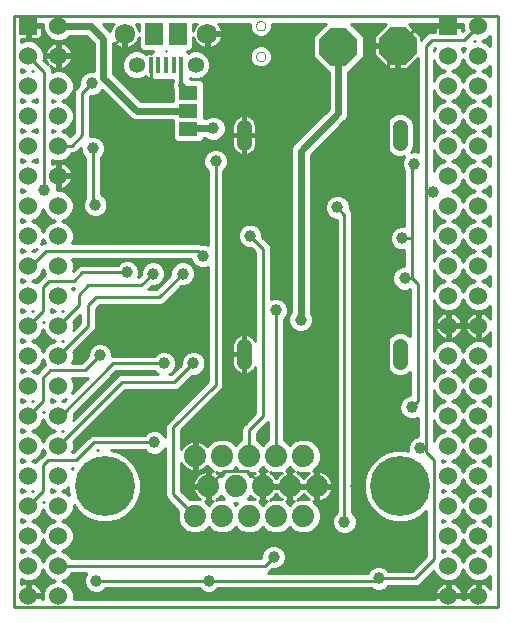
<source format=gtl>
G75*
%MOIN*%
%OFA0B0*%
%FSLAX24Y24*%
%IPPOS*%
%LPD*%
%AMOC8*
5,1,8,0,0,1.08239X$1,22.5*
%
%ADD10C,0.0100*%
%ADD11C,0.0600*%
%ADD12R,0.0600X0.0600*%
%ADD13C,0.0000*%
%ADD14C,0.0740*%
%ADD15C,0.2000*%
%ADD16R,0.0157X0.0531*%
%ADD17R,0.0591X0.0748*%
%ADD18C,0.0679*%
%ADD19C,0.0535*%
%ADD20C,0.0515*%
%ADD21R,0.0630X0.0460*%
%ADD22OC8,0.1250*%
%ADD23C,0.0396*%
%ADD24C,0.0240*%
%ADD25C,0.0120*%
D10*
X004503Y003075D02*
X004503Y022760D01*
X020645Y022760D01*
X020645Y003075D01*
X004503Y003075D01*
X004945Y003492D02*
X004945Y003889D01*
X004890Y003880D01*
X004823Y003859D01*
X004763Y003828D01*
X004763Y003986D01*
X004894Y003932D01*
X005097Y003932D01*
X005284Y004009D01*
X005428Y004153D01*
X005495Y004316D01*
X005563Y004153D01*
X005706Y004009D01*
X005870Y003942D01*
X005706Y003874D01*
X005563Y003730D01*
X005485Y003543D01*
X005485Y003340D01*
X005487Y003335D01*
X005434Y003335D01*
X005434Y003336D01*
X005443Y003392D01*
X005045Y003392D01*
X005045Y003492D01*
X004945Y003492D01*
X004945Y003509D02*
X005045Y003509D01*
X005045Y003492D02*
X005045Y003889D01*
X005101Y003880D01*
X005168Y003859D01*
X005231Y003826D01*
X005288Y003785D01*
X005338Y003735D01*
X005380Y003677D01*
X005412Y003614D01*
X005434Y003547D01*
X005443Y003492D01*
X005045Y003492D01*
X005045Y003410D02*
X005485Y003410D01*
X005485Y003509D02*
X005440Y003509D01*
X005415Y003607D02*
X005512Y003607D01*
X005553Y003706D02*
X005359Y003706D01*
X005261Y003804D02*
X005637Y003804D01*
X005776Y003903D02*
X004763Y003903D01*
X004945Y003804D02*
X005045Y003804D01*
X005045Y003706D02*
X004945Y003706D01*
X004945Y003607D02*
X005045Y003607D01*
X005265Y004001D02*
X005725Y004001D01*
X005616Y004100D02*
X005375Y004100D01*
X005447Y004198D02*
X005544Y004198D01*
X005503Y004297D02*
X005487Y004297D01*
X005495Y004567D02*
X005428Y004730D01*
X005284Y004874D01*
X005121Y004942D01*
X005284Y005009D01*
X005428Y005153D01*
X005495Y005316D01*
X005563Y005153D01*
X005706Y005009D01*
X005870Y004942D01*
X005706Y004874D01*
X005563Y004730D01*
X005495Y004567D01*
X005485Y004592D02*
X005506Y004592D01*
X005547Y004691D02*
X005444Y004691D01*
X005369Y004789D02*
X005622Y004789D01*
X005740Y004888D02*
X005250Y004888D01*
X005229Y004986D02*
X005761Y004986D01*
X005631Y005085D02*
X005360Y005085D01*
X005440Y005183D02*
X005550Y005183D01*
X005509Y005282D02*
X005481Y005282D01*
X005495Y005567D02*
X005428Y005730D01*
X005284Y005874D01*
X005121Y005942D01*
X005284Y006009D01*
X005428Y006153D01*
X005495Y006316D01*
X005563Y006153D01*
X005706Y006009D01*
X005870Y005942D01*
X005706Y005874D01*
X005563Y005730D01*
X005495Y005567D01*
X005491Y005577D02*
X005500Y005577D01*
X005540Y005676D02*
X005450Y005676D01*
X005384Y005774D02*
X005607Y005774D01*
X005705Y005873D02*
X005285Y005873D01*
X005193Y005971D02*
X005798Y005971D01*
X005646Y006070D02*
X005345Y006070D01*
X005434Y006168D02*
X005556Y006168D01*
X005516Y006267D02*
X005475Y006267D01*
X005495Y006567D02*
X005500Y006579D01*
X005493Y006572D01*
X005495Y006567D01*
X005487Y006934D02*
X005487Y007800D01*
X005527Y007839D01*
X005546Y007859D01*
X005645Y007957D01*
X006590Y007957D01*
X007180Y008548D01*
X009188Y008548D01*
X008891Y008828D02*
X006749Y008828D01*
X006651Y008729D02*
X006994Y008729D01*
X007033Y008768D02*
X006482Y008217D01*
X006454Y008217D01*
X006505Y008340D01*
X006505Y008543D01*
X006493Y008572D01*
X008217Y010296D01*
X009909Y010296D01*
X010005Y010335D01*
X010447Y010778D01*
X010569Y010778D01*
X010719Y010840D01*
X010833Y010954D01*
X010895Y011104D01*
X010895Y011267D01*
X010833Y011417D01*
X010719Y011532D01*
X010569Y011594D01*
X010406Y011594D01*
X010256Y011532D01*
X010141Y011417D01*
X010079Y011267D01*
X010079Y011145D01*
X009750Y010816D01*
X009676Y010816D01*
X009734Y010840D01*
X009849Y010954D01*
X009911Y011104D01*
X009911Y011267D01*
X009849Y011417D01*
X009734Y011532D01*
X009584Y011594D01*
X009422Y011594D01*
X009272Y011532D01*
X009186Y011446D01*
X007785Y011446D01*
X007785Y011542D01*
X007723Y011692D01*
X007608Y011807D01*
X007458Y011869D01*
X007296Y011869D01*
X007146Y011807D01*
X007031Y011692D01*
X006969Y011542D01*
X006969Y011421D01*
X006758Y011209D01*
X006451Y011209D01*
X006505Y011340D01*
X006505Y011543D01*
X006493Y011572D01*
X007204Y012282D01*
X007243Y012378D01*
X007243Y013007D01*
X007367Y013130D01*
X009397Y013130D01*
X009493Y013170D01*
X009566Y013243D01*
X010093Y013770D01*
X010214Y013770D01*
X010364Y013832D01*
X010479Y013947D01*
X010541Y014097D01*
X010541Y014259D01*
X010479Y014409D01*
X010364Y014524D01*
X010214Y014586D01*
X010052Y014586D01*
X009902Y014524D01*
X009787Y014409D01*
X009725Y014259D01*
X009725Y014137D01*
X009238Y013650D01*
X008989Y013650D01*
X009108Y013770D01*
X009230Y013770D01*
X009380Y013832D01*
X009495Y013947D01*
X009557Y014097D01*
X009557Y014259D01*
X009495Y014409D01*
X009380Y014524D01*
X009230Y014586D01*
X009068Y014586D01*
X008918Y014524D01*
X008803Y014409D01*
X008741Y014259D01*
X008741Y014137D01*
X008656Y014053D01*
X008691Y014136D01*
X008691Y014298D01*
X008629Y014448D01*
X008514Y014563D01*
X008364Y014625D01*
X008201Y014625D01*
X008051Y014563D01*
X007965Y014477D01*
X006735Y014477D01*
X006639Y014438D01*
X006479Y014278D01*
X006505Y014340D01*
X006505Y014543D01*
X006454Y014666D01*
X010403Y014666D01*
X010456Y014537D01*
X010571Y014422D01*
X010721Y014360D01*
X010884Y014360D01*
X010975Y014398D01*
X010975Y010585D01*
X009671Y009280D01*
X009598Y009207D01*
X009558Y009111D01*
X009558Y008721D01*
X009534Y008779D01*
X009419Y008894D01*
X009269Y008956D01*
X009107Y008956D01*
X008957Y008894D01*
X008871Y008808D01*
X007129Y008808D01*
X007033Y008768D01*
X006896Y008631D02*
X006552Y008631D01*
X006505Y008532D02*
X006797Y008532D01*
X006699Y008434D02*
X006505Y008434D01*
X006503Y008335D02*
X006600Y008335D01*
X006502Y008237D02*
X006463Y008237D01*
X005995Y008442D02*
X008109Y010556D01*
X009857Y010556D01*
X010487Y011186D01*
X010212Y011487D02*
X009778Y011487D01*
X009861Y011389D02*
X010130Y011389D01*
X010089Y011290D02*
X009901Y011290D01*
X009911Y011192D02*
X010079Y011192D01*
X010027Y011093D02*
X009907Y011093D01*
X009929Y010995D02*
X009866Y010995D01*
X009830Y010896D02*
X009791Y010896D01*
X009503Y011186D02*
X007810Y011186D01*
X006066Y009442D01*
X005995Y009442D01*
X005797Y009911D02*
X005747Y009911D01*
X005747Y009891D02*
X005747Y009992D01*
X005870Y009942D01*
X005747Y009891D01*
X005487Y009934D02*
X004995Y009442D01*
X004797Y009911D02*
X004763Y009911D01*
X004763Y009897D02*
X004763Y009986D01*
X004870Y009942D01*
X004763Y009897D01*
X005121Y009942D02*
X005126Y009940D01*
X005132Y009946D01*
X005121Y009942D01*
X005487Y009934D02*
X005487Y010713D01*
X005724Y010949D01*
X006865Y010949D01*
X007377Y011461D01*
X007767Y011586D02*
X009403Y011586D01*
X009603Y011586D02*
X010387Y011586D01*
X010587Y011586D02*
X010975Y011586D01*
X010975Y011684D02*
X007726Y011684D01*
X007633Y011783D02*
X010975Y011783D01*
X010975Y011881D02*
X006803Y011881D01*
X006704Y011783D02*
X007122Y011783D01*
X007028Y011684D02*
X006606Y011684D01*
X006507Y011586D02*
X006987Y011586D01*
X006969Y011487D02*
X006505Y011487D01*
X006505Y011389D02*
X006937Y011389D01*
X006839Y011290D02*
X006485Y011290D01*
X005995Y011442D02*
X006983Y012430D01*
X006983Y013115D01*
X007259Y013390D01*
X009346Y013390D01*
X010133Y014178D01*
X009760Y014344D02*
X009522Y014344D01*
X009557Y014245D02*
X009725Y014245D01*
X009725Y014147D02*
X009557Y014147D01*
X009537Y014048D02*
X009636Y014048D01*
X009538Y013950D02*
X009496Y013950D01*
X009439Y013851D02*
X009400Y013851D01*
X009341Y013753D02*
X009092Y013753D01*
X008993Y013654D02*
X009242Y013654D01*
X008755Y013784D02*
X009149Y014178D01*
X008776Y014344D02*
X008672Y014344D01*
X008691Y014245D02*
X008741Y014245D01*
X008741Y014147D02*
X008691Y014147D01*
X008631Y014442D02*
X008836Y014442D01*
X008959Y014541D02*
X008536Y014541D01*
X008283Y014217D02*
X006787Y014217D01*
X006511Y013942D01*
X005684Y013942D01*
X005487Y013745D01*
X005487Y012934D01*
X004995Y012442D01*
X004763Y012897D02*
X004763Y012986D01*
X004870Y012942D01*
X004763Y012897D01*
X004763Y012965D02*
X004813Y012965D01*
X005121Y012942D02*
X005126Y012940D01*
X005132Y012946D01*
X005121Y012942D01*
X005493Y012572D02*
X005500Y012579D01*
X005495Y012567D01*
X005493Y012572D01*
X005494Y012571D02*
X005497Y012571D01*
X005495Y012316D02*
X005563Y012153D01*
X005706Y012009D01*
X005870Y011942D01*
X005706Y011874D01*
X005563Y011730D01*
X005495Y011567D01*
X005428Y011730D01*
X005284Y011874D01*
X005121Y011942D01*
X005284Y012009D01*
X005428Y012153D01*
X005495Y012316D01*
X005478Y012275D02*
X005512Y012275D01*
X005553Y012177D02*
X005438Y012177D01*
X005353Y012078D02*
X005637Y012078D01*
X005777Y011980D02*
X005214Y011980D01*
X005266Y011881D02*
X005725Y011881D01*
X005615Y011783D02*
X005375Y011783D01*
X005447Y011684D02*
X005544Y011684D01*
X005503Y011586D02*
X005487Y011586D01*
X005495Y011316D02*
X005562Y011155D01*
X005340Y010934D01*
X005281Y010875D01*
X005121Y010942D01*
X005284Y011009D01*
X005428Y011153D01*
X005495Y011316D01*
X005485Y011290D02*
X005506Y011290D01*
X005547Y011192D02*
X005444Y011192D01*
X005500Y011093D02*
X005368Y011093D01*
X005401Y010995D02*
X005250Y010995D01*
X005230Y010896D02*
X005303Y010896D01*
X004870Y010942D02*
X004763Y010897D01*
X004763Y010986D01*
X004870Y010942D01*
X004763Y011897D02*
X004763Y011986D01*
X004870Y011942D01*
X004763Y011897D01*
X004763Y011980D02*
X004777Y011980D01*
X005747Y012891D02*
X005747Y012992D01*
X005870Y012942D01*
X005747Y012891D01*
X005747Y012965D02*
X005813Y012965D01*
X006121Y012942D02*
X006126Y012940D01*
X006132Y012946D01*
X006121Y012942D01*
X005995Y012442D02*
X006668Y013115D01*
X006668Y013469D01*
X006983Y013784D01*
X008755Y013784D01*
X009474Y013162D02*
X010975Y013162D01*
X010975Y013260D02*
X009583Y013260D01*
X009682Y013359D02*
X010975Y013359D01*
X010975Y013457D02*
X009780Y013457D01*
X009879Y013556D02*
X010975Y013556D01*
X010975Y013654D02*
X009977Y013654D01*
X010076Y013753D02*
X010975Y013753D01*
X010975Y013851D02*
X010384Y013851D01*
X010480Y013950D02*
X010975Y013950D01*
X010975Y014048D02*
X010521Y014048D01*
X010541Y014147D02*
X010975Y014147D01*
X010975Y014245D02*
X010541Y014245D01*
X010506Y014344D02*
X010975Y014344D01*
X010802Y014768D02*
X010645Y014926D01*
X005566Y014926D01*
X005082Y014442D01*
X004995Y014442D01*
X005187Y014914D02*
X005121Y014942D01*
X005280Y015008D01*
X005187Y014914D01*
X005208Y014935D02*
X005137Y014935D01*
X004870Y014942D02*
X004763Y014897D01*
X004763Y014986D01*
X004870Y014942D01*
X004854Y014935D02*
X004763Y014935D01*
X005423Y015148D02*
X005428Y015153D01*
X005495Y015316D01*
X005549Y015186D01*
X005514Y015186D01*
X005423Y015148D01*
X005460Y015230D02*
X005531Y015230D01*
X005495Y015567D02*
X005428Y015730D01*
X005284Y015874D01*
X005121Y015942D01*
X005284Y016009D01*
X005428Y016153D01*
X005495Y016316D01*
X005563Y016153D01*
X005706Y016009D01*
X005870Y015942D01*
X005706Y015874D01*
X005563Y015730D01*
X005495Y015567D01*
X005472Y015624D02*
X005519Y015624D01*
X005560Y015723D02*
X005431Y015723D01*
X005337Y015821D02*
X005654Y015821D01*
X005818Y015920D02*
X005173Y015920D01*
X005293Y016018D02*
X005697Y016018D01*
X005599Y016117D02*
X005392Y016117D01*
X005454Y016215D02*
X005537Y016215D01*
X005494Y016314D02*
X005496Y016314D01*
X004870Y015942D02*
X004763Y015897D01*
X004763Y015986D01*
X004870Y015942D01*
X004818Y015920D02*
X004763Y015920D01*
X004763Y016897D02*
X004763Y016986D01*
X004870Y016942D01*
X004763Y016897D01*
X004763Y016905D02*
X004781Y016905D01*
X005527Y016973D02*
X005527Y020910D01*
X004995Y021442D01*
X005468Y021633D02*
X005588Y021633D01*
X005578Y021614D02*
X005610Y021677D01*
X005652Y021735D01*
X005702Y021785D01*
X005759Y021826D01*
X005823Y021859D01*
X005890Y021880D01*
X005945Y021889D01*
X005945Y021492D01*
X006045Y021492D01*
X006045Y021889D01*
X006101Y021880D01*
X006168Y021859D01*
X006231Y021826D01*
X006288Y021785D01*
X006338Y021735D01*
X006380Y021677D01*
X006412Y021614D01*
X006434Y021547D01*
X006443Y021492D01*
X006045Y021492D01*
X006045Y021392D01*
X006443Y021392D01*
X006434Y021336D01*
X006412Y021269D01*
X006380Y021206D01*
X006338Y021148D01*
X006288Y021098D01*
X006231Y021057D01*
X006168Y021025D01*
X006101Y021003D01*
X006045Y020994D01*
X006045Y021392D01*
X005945Y021392D01*
X005548Y021392D01*
X005556Y021336D01*
X005578Y021269D01*
X005610Y021206D01*
X005641Y021163D01*
X005493Y021311D01*
X005505Y021340D01*
X005505Y021543D01*
X005428Y021730D01*
X005284Y021874D01*
X005097Y021952D01*
X004894Y021952D01*
X004763Y021897D01*
X004763Y021992D01*
X004945Y021992D01*
X004945Y022392D01*
X005045Y022392D01*
X005045Y022492D01*
X005445Y022492D01*
X005445Y022500D01*
X005485Y022500D01*
X005485Y022340D01*
X005563Y022153D01*
X005706Y022009D01*
X005894Y021932D01*
X006097Y021932D01*
X006284Y022009D01*
X006386Y022112D01*
X006929Y022112D01*
X007165Y021876D01*
X007165Y020924D01*
X007020Y020924D01*
X006870Y020862D01*
X006756Y020748D01*
X006693Y020598D01*
X006693Y020476D01*
X006639Y020422D01*
X006566Y020349D01*
X006527Y020253D01*
X006527Y018892D01*
X006396Y018762D01*
X006284Y018874D01*
X006121Y018942D01*
X006284Y019009D01*
X006428Y019153D01*
X006505Y019340D01*
X006505Y019543D01*
X006428Y019730D01*
X006284Y019874D01*
X006121Y019942D01*
X006284Y020009D01*
X006428Y020153D01*
X006505Y020340D01*
X006505Y020543D01*
X006428Y020730D01*
X006284Y020874D01*
X006097Y020952D01*
X005894Y020952D01*
X005787Y020907D01*
X005787Y020962D01*
X005747Y021057D01*
X005717Y021087D01*
X005759Y021057D01*
X005823Y021025D01*
X005890Y021003D01*
X005945Y020994D01*
X005945Y021392D01*
X005945Y021492D01*
X005548Y021492D01*
X005556Y021547D01*
X005578Y021614D01*
X005554Y021534D02*
X005505Y021534D01*
X005505Y021436D02*
X005945Y021436D01*
X005945Y021534D02*
X006045Y021534D01*
X006045Y021436D02*
X007165Y021436D01*
X007165Y021534D02*
X006436Y021534D01*
X006403Y021633D02*
X007165Y021633D01*
X007165Y021731D02*
X006341Y021731D01*
X006224Y021830D02*
X007165Y021830D01*
X007112Y021929D02*
X005152Y021929D01*
X005045Y021992D02*
X005315Y021992D01*
X005353Y022002D01*
X005387Y022022D01*
X005415Y022049D01*
X005435Y022084D01*
X005445Y022122D01*
X005445Y022392D01*
X005045Y022392D01*
X005045Y021992D01*
X005045Y022027D02*
X004945Y022027D01*
X004945Y022126D02*
X005045Y022126D01*
X005045Y022224D02*
X004945Y022224D01*
X004945Y022323D02*
X005045Y022323D01*
X005045Y022421D02*
X005485Y022421D01*
X005493Y022323D02*
X005445Y022323D01*
X005445Y022224D02*
X005533Y022224D01*
X005590Y022126D02*
X005445Y022126D01*
X005393Y022027D02*
X005689Y022027D01*
X005766Y021830D02*
X005328Y021830D01*
X005427Y021731D02*
X005650Y021731D01*
X005945Y021731D02*
X006045Y021731D01*
X006045Y021633D02*
X005945Y021633D01*
X005945Y021830D02*
X006045Y021830D01*
X006302Y022027D02*
X007014Y022027D01*
X007474Y022500D02*
X007842Y022500D01*
X007830Y022489D01*
X007785Y022427D01*
X007750Y022358D01*
X007726Y022285D01*
X007721Y022253D01*
X007474Y022500D01*
X007553Y022421D02*
X007782Y022421D01*
X007739Y022323D02*
X007652Y022323D01*
X007825Y021858D02*
X007830Y021851D01*
X007885Y021796D01*
X007947Y021751D01*
X008016Y021716D01*
X008089Y021692D01*
X008154Y021682D01*
X008154Y022120D01*
X008254Y022120D01*
X008254Y021682D01*
X008319Y021692D01*
X008392Y021716D01*
X008460Y021751D01*
X008523Y021796D01*
X008577Y021851D01*
X008623Y021913D01*
X008658Y021982D01*
X008681Y022055D01*
X008683Y022065D01*
X008683Y021705D01*
X008806Y021582D01*
X009150Y021582D01*
X009100Y021533D01*
X009070Y021533D01*
X008972Y021533D01*
X008933Y021522D01*
X008904Y021505D01*
X008868Y021541D01*
X008693Y021614D01*
X008503Y021614D01*
X008327Y021541D01*
X008193Y021407D01*
X008120Y021231D01*
X008120Y021042D01*
X007825Y021042D01*
X007850Y020949D02*
X008479Y020320D01*
X008873Y020320D01*
X009070Y020516D01*
X009070Y021117D01*
X009070Y020731D02*
X009070Y020731D01*
X009070Y020701D01*
X009070Y020731D01*
X009070Y020701D02*
X009100Y020701D01*
X009160Y020641D01*
X009821Y020641D01*
X009814Y020634D01*
X009764Y020513D01*
X009764Y020381D01*
X009805Y020282D01*
X009805Y019941D01*
X008734Y019941D01*
X007825Y020850D01*
X007825Y021858D01*
X007825Y021830D02*
X007851Y021830D01*
X007850Y021816D02*
X008204Y022170D01*
X008154Y022027D02*
X008254Y022027D01*
X008254Y021929D02*
X008154Y021929D01*
X008154Y021830D02*
X008254Y021830D01*
X008254Y021731D02*
X008154Y021731D01*
X007986Y021731D02*
X007825Y021731D01*
X007850Y021816D02*
X007850Y020949D01*
X007825Y020943D02*
X008161Y020943D01*
X008193Y020866D02*
X008120Y021042D01*
X008120Y021140D02*
X007825Y021140D01*
X007825Y021239D02*
X008123Y021239D01*
X008164Y021337D02*
X007825Y021337D01*
X007825Y021436D02*
X008222Y021436D01*
X008321Y021534D02*
X007825Y021534D01*
X007825Y021633D02*
X008755Y021633D01*
X008683Y021731D02*
X008422Y021731D01*
X008556Y021830D02*
X008683Y021830D01*
X008683Y021929D02*
X008630Y021929D01*
X008672Y022027D02*
X008683Y022027D01*
X008683Y022275D02*
X008681Y022285D01*
X008658Y022358D01*
X008623Y022427D01*
X008577Y022489D01*
X008566Y022500D01*
X008683Y022500D01*
X008683Y022275D01*
X008683Y022323D02*
X008669Y022323D01*
X008683Y022421D02*
X008625Y022421D01*
X008875Y021534D02*
X009102Y021534D01*
X009070Y021533D02*
X009070Y021502D01*
X009070Y021533D01*
X009070Y021502D02*
X009070Y021502D01*
X009581Y021593D02*
X009584Y021595D01*
X009587Y021593D01*
X009581Y021593D01*
X010266Y021586D02*
X010358Y021586D01*
X010481Y021709D01*
X010481Y022065D01*
X010482Y022055D01*
X010506Y021982D01*
X010541Y021913D01*
X010586Y021851D01*
X010641Y021796D01*
X010703Y021751D01*
X010772Y021716D01*
X010845Y021692D01*
X010910Y021682D01*
X010910Y022120D01*
X011010Y022120D01*
X011010Y022220D01*
X011448Y022220D01*
X011437Y022285D01*
X011414Y022358D01*
X011379Y022427D01*
X011333Y022489D01*
X011322Y022500D01*
X012372Y022500D01*
X012372Y022367D01*
X012428Y022232D01*
X012531Y022129D01*
X012666Y022073D01*
X012812Y022073D01*
X012948Y022129D01*
X013051Y022232D01*
X013107Y022367D01*
X013107Y022500D01*
X014913Y022500D01*
X014495Y022083D01*
X014495Y021391D01*
X014984Y020902D01*
X015000Y020902D01*
X015000Y019669D01*
X013790Y018459D01*
X013740Y018338D01*
X013740Y012890D01*
X013724Y012874D01*
X013662Y012724D01*
X013662Y012561D01*
X013724Y012411D01*
X013839Y012296D01*
X013989Y012234D01*
X014151Y012234D01*
X014301Y012296D01*
X014416Y012411D01*
X014478Y012561D01*
X014478Y012724D01*
X014416Y012874D01*
X014400Y012890D01*
X014400Y018136D01*
X015517Y019252D01*
X015610Y019345D01*
X015660Y019466D01*
X017170Y019466D01*
X017121Y019446D02*
X016989Y019314D01*
X016918Y019142D01*
X016918Y018441D01*
X016989Y018270D01*
X017121Y018138D01*
X017293Y018067D01*
X017479Y018067D01*
X017515Y018082D01*
X017504Y018070D01*
X017441Y017920D01*
X017441Y017758D01*
X017504Y017608D01*
X017511Y017601D01*
X017511Y015767D01*
X017375Y015767D01*
X017225Y015705D01*
X017110Y015590D01*
X017048Y015440D01*
X017048Y015278D01*
X017110Y015128D01*
X017225Y015013D01*
X017375Y014951D01*
X017511Y014951D01*
X017511Y014428D01*
X017453Y014428D01*
X017303Y014366D01*
X017189Y014251D01*
X017127Y014101D01*
X017127Y013939D01*
X017189Y013789D01*
X017303Y013674D01*
X017453Y013612D01*
X017616Y013612D01*
X017708Y013650D01*
X017708Y012089D01*
X017651Y012146D01*
X017479Y012217D01*
X017293Y012217D01*
X017121Y012146D01*
X016989Y012014D01*
X016918Y011842D01*
X016918Y011141D01*
X016989Y010970D01*
X017121Y010838D01*
X017293Y010767D01*
X017479Y010767D01*
X017651Y010838D01*
X017708Y010895D01*
X017708Y010137D01*
X017690Y010137D01*
X017540Y010075D01*
X017425Y009960D01*
X017363Y009810D01*
X017363Y009648D01*
X017425Y009498D01*
X017540Y009383D01*
X017690Y009321D01*
X017852Y009321D01*
X017983Y009375D01*
X017983Y008759D01*
X017965Y008759D01*
X017815Y008697D01*
X017700Y008582D01*
X017638Y008432D01*
X017638Y008277D01*
X017534Y008306D01*
X017215Y008306D01*
X016907Y008223D01*
X016631Y008064D01*
X016406Y007838D01*
X016247Y007563D01*
X016164Y007255D01*
X016164Y006936D01*
X016247Y006628D01*
X016406Y006353D01*
X016631Y006127D01*
X016907Y005968D01*
X017215Y005886D01*
X017534Y005886D01*
X017841Y005968D01*
X018117Y006127D01*
X018259Y006269D01*
X018259Y004758D01*
X017781Y004280D01*
X016986Y004280D01*
X016900Y004366D01*
X016750Y004428D01*
X016587Y004428D01*
X016437Y004366D01*
X016322Y004251D01*
X016302Y004202D01*
X012977Y004202D01*
X013024Y004221D01*
X013124Y004321D01*
X013246Y004321D01*
X013396Y004383D01*
X013511Y004498D01*
X013573Y004648D01*
X013573Y004810D01*
X013511Y004960D01*
X013396Y005075D01*
X013246Y005137D01*
X013083Y005137D01*
X012933Y005075D01*
X012819Y004960D01*
X012756Y004810D01*
X012756Y004702D01*
X006440Y004702D01*
X006428Y004730D01*
X006284Y004874D01*
X006121Y004942D01*
X006284Y005009D01*
X006428Y005153D01*
X006505Y005340D01*
X006505Y005543D01*
X006428Y005730D01*
X006284Y005874D01*
X006121Y005942D01*
X006284Y006009D01*
X006428Y006153D01*
X006505Y006340D01*
X006505Y006454D01*
X006564Y006353D01*
X006789Y006127D01*
X007065Y005968D01*
X007373Y005886D01*
X007691Y005886D01*
X007999Y005968D01*
X008275Y006127D01*
X008500Y006353D01*
X008659Y006628D01*
X008742Y006936D01*
X008742Y007255D01*
X008659Y007563D01*
X008500Y007838D01*
X008275Y008064D01*
X007999Y008223D01*
X007757Y008288D01*
X008871Y008288D01*
X008957Y008202D01*
X009107Y008140D01*
X009269Y008140D01*
X009419Y008202D01*
X009534Y008317D01*
X009558Y008375D01*
X009558Y006773D01*
X009598Y006678D01*
X009996Y006279D01*
X009968Y006211D01*
X009968Y005980D01*
X010056Y005767D01*
X010219Y005604D01*
X010432Y005516D01*
X010663Y005516D01*
X010876Y005604D01*
X010998Y005726D01*
X011121Y005604D01*
X011334Y005516D01*
X011565Y005516D01*
X011778Y005604D01*
X011900Y005726D01*
X012022Y005604D01*
X012235Y005516D01*
X012466Y005516D01*
X012679Y005604D01*
X012802Y005726D01*
X012924Y005604D01*
X013137Y005516D01*
X013368Y005516D01*
X013581Y005604D01*
X013703Y005726D01*
X013825Y005604D01*
X014039Y005516D01*
X014269Y005516D01*
X014482Y005604D01*
X014646Y005767D01*
X014734Y005980D01*
X014734Y006211D01*
X014646Y006424D01*
X014482Y006587D01*
X014475Y006590D01*
X014481Y006588D01*
X014553Y006577D01*
X014553Y007046D01*
X014084Y007046D01*
X013751Y007046D01*
X013751Y007146D01*
X013651Y007146D01*
X013651Y007614D01*
X013579Y007603D01*
X013574Y007601D01*
X013581Y007604D01*
X013703Y007726D01*
X013825Y007604D01*
X013847Y007595D01*
X013823Y007603D01*
X013751Y007614D01*
X013751Y007146D01*
X014553Y007146D01*
X014553Y007614D01*
X014481Y007603D01*
X014475Y007601D01*
X014482Y007604D01*
X014646Y007767D01*
X014734Y007980D01*
X014734Y008211D01*
X014646Y008424D01*
X014482Y008587D01*
X014269Y008676D01*
X014039Y008676D01*
X013825Y008587D01*
X013703Y008465D01*
X013581Y008587D01*
X013512Y008616D01*
X013512Y012649D01*
X013589Y012726D01*
X013651Y012876D01*
X013651Y013039D01*
X013589Y013188D01*
X013474Y013303D01*
X013324Y013365D01*
X013162Y013365D01*
X013070Y013327D01*
X013070Y015056D01*
X013031Y015152D01*
X012785Y015397D01*
X012785Y015519D01*
X012723Y015669D01*
X012608Y015784D01*
X012458Y015846D01*
X012296Y015846D01*
X012146Y015784D01*
X012031Y015669D01*
X011969Y015519D01*
X011969Y015356D01*
X012031Y015206D01*
X012146Y015092D01*
X012296Y015030D01*
X012418Y015030D01*
X012550Y014897D01*
X012550Y011932D01*
X012534Y011963D01*
X012497Y012015D01*
X012451Y012060D01*
X012399Y012098D01*
X012342Y012127D01*
X012281Y012147D01*
X012218Y012157D01*
X012215Y012157D01*
X012215Y011521D01*
X012157Y011521D01*
X012157Y012157D01*
X012154Y012157D01*
X012090Y012147D01*
X012029Y012127D01*
X011972Y012098D01*
X011920Y012060D01*
X011875Y012015D01*
X011837Y011963D01*
X011808Y011906D01*
X011788Y011845D01*
X011778Y011782D01*
X011778Y011521D01*
X012157Y011521D01*
X012157Y011463D01*
X012215Y011463D01*
X012215Y010827D01*
X012218Y010827D01*
X012281Y010837D01*
X012342Y010857D01*
X012399Y010886D01*
X012451Y010924D01*
X012497Y010969D01*
X012534Y011021D01*
X012550Y011052D01*
X012550Y009522D01*
X012203Y009175D01*
X012130Y009102D01*
X012091Y009006D01*
X012091Y008616D01*
X012022Y008587D01*
X011900Y008465D01*
X011778Y008587D01*
X011565Y008676D01*
X011334Y008676D01*
X011121Y008587D01*
X010957Y008424D01*
X010955Y008419D01*
X010944Y008434D01*
X010886Y008492D01*
X010820Y008540D01*
X010747Y008577D01*
X010669Y008603D01*
X010598Y008614D01*
X010598Y008146D01*
X010498Y008146D01*
X010498Y008614D01*
X010426Y008603D01*
X010348Y008577D01*
X010275Y008540D01*
X010209Y008492D01*
X010151Y008434D01*
X010078Y008434D01*
X010103Y008368D02*
X010078Y008319D01*
X010078Y008952D01*
X011456Y010330D01*
X011495Y010425D01*
X011495Y017601D01*
X011581Y017687D01*
X011644Y017837D01*
X011644Y017999D01*
X011581Y018149D01*
X011467Y018264D01*
X011317Y018326D01*
X011154Y018326D01*
X011004Y018264D01*
X010889Y018149D01*
X010827Y017999D01*
X010827Y017837D01*
X010889Y017687D01*
X010975Y017601D01*
X010975Y015138D01*
X010884Y015176D01*
X010721Y015176D01*
X010720Y015176D01*
X010697Y015186D01*
X006441Y015186D01*
X006505Y015340D01*
X006505Y015543D01*
X006428Y015730D01*
X006284Y015874D01*
X006121Y015942D01*
X006284Y016009D01*
X006428Y016153D01*
X006505Y016340D01*
X006505Y016543D01*
X006428Y016730D01*
X006284Y016874D01*
X006097Y016952D01*
X005935Y016952D01*
X005935Y016996D01*
X005945Y016994D01*
X005945Y017392D01*
X006045Y017392D01*
X006045Y017492D01*
X005945Y017492D01*
X005945Y017889D01*
X005890Y017880D01*
X005823Y017859D01*
X005787Y017840D01*
X005787Y017976D01*
X005894Y017932D01*
X006097Y017932D01*
X006284Y018009D01*
X006428Y018153D01*
X006440Y018182D01*
X006496Y018182D01*
X006591Y018221D01*
X006664Y018294D01*
X006733Y018363D01*
X006733Y018270D01*
X006795Y018120D01*
X006881Y018034D01*
X006881Y016700D01*
X006874Y016692D01*
X006812Y016542D01*
X006812Y016380D01*
X006874Y016230D01*
X006988Y016115D01*
X007138Y016053D01*
X007301Y016053D01*
X007451Y016115D01*
X007566Y016230D01*
X007628Y016380D01*
X007628Y016542D01*
X007566Y016692D01*
X007451Y016807D01*
X007401Y016828D01*
X007401Y018034D01*
X007487Y018120D01*
X007549Y018270D01*
X007549Y018432D01*
X007487Y018582D01*
X007372Y018697D01*
X007222Y018759D01*
X007060Y018759D01*
X007047Y018754D01*
X007047Y020094D01*
X007061Y020108D01*
X007183Y020108D01*
X007333Y020170D01*
X007448Y020285D01*
X007450Y020292D01*
X008318Y019424D01*
X008411Y019331D01*
X008532Y019281D01*
X009805Y019281D01*
X009805Y018694D01*
X009928Y018571D01*
X010732Y018571D01*
X010851Y018690D01*
X010910Y018690D01*
X010925Y018674D01*
X011075Y018612D01*
X011238Y018612D01*
X011388Y018674D01*
X011503Y018789D01*
X011565Y018939D01*
X011565Y019101D01*
X011503Y019251D01*
X011388Y019366D01*
X011238Y019428D01*
X011075Y019428D01*
X010925Y019366D01*
X010910Y019350D01*
X010855Y019350D01*
X010855Y020528D01*
X010732Y020651D01*
X010364Y020651D01*
X010364Y020704D01*
X010471Y020659D01*
X010661Y020659D01*
X010836Y020732D01*
X010971Y020866D01*
X011043Y021042D01*
X014844Y021042D01*
X014942Y020943D02*
X011003Y020943D01*
X011043Y021042D02*
X011043Y021231D01*
X010971Y021407D01*
X010836Y021541D01*
X010661Y021614D01*
X010471Y021614D01*
X010306Y021546D01*
X010266Y021586D01*
X010405Y021633D02*
X012436Y021633D01*
X012428Y021625D02*
X012372Y021490D01*
X012372Y021344D01*
X012428Y021209D01*
X012531Y021105D01*
X012666Y021049D01*
X012812Y021049D01*
X012948Y021105D01*
X013051Y021209D01*
X013107Y021344D01*
X013107Y021490D01*
X013051Y021625D01*
X012948Y021728D01*
X012812Y021784D01*
X012666Y021784D01*
X012531Y021728D01*
X012428Y021625D01*
X012390Y021534D02*
X010843Y021534D01*
X010942Y021436D02*
X012372Y021436D01*
X012374Y021337D02*
X010999Y021337D01*
X011040Y021239D02*
X012415Y021239D01*
X012496Y021140D02*
X011043Y021140D01*
X010950Y020845D02*
X015000Y020845D01*
X015000Y020746D02*
X010851Y020746D01*
X010735Y020648D02*
X015000Y020648D01*
X015000Y020549D02*
X010833Y020549D01*
X010855Y020451D02*
X015000Y020451D01*
X015000Y020352D02*
X010855Y020352D01*
X010855Y020254D02*
X015000Y020254D01*
X015000Y020155D02*
X010855Y020155D01*
X010855Y020057D02*
X015000Y020057D01*
X015000Y019958D02*
X010855Y019958D01*
X010855Y019860D02*
X015000Y019860D01*
X015000Y019761D02*
X010855Y019761D01*
X010855Y019663D02*
X014994Y019663D01*
X014896Y019564D02*
X010855Y019564D01*
X010855Y019466D02*
X014797Y019466D01*
X014699Y019367D02*
X012441Y019367D01*
X012451Y019360D02*
X012399Y019398D01*
X012342Y019427D01*
X012281Y019447D01*
X012218Y019457D01*
X012215Y019457D01*
X012215Y018821D01*
X012593Y018821D01*
X012593Y019082D01*
X012583Y019145D01*
X012563Y019206D01*
X012534Y019263D01*
X012497Y019315D01*
X012451Y019360D01*
X012530Y019269D02*
X014600Y019269D01*
X014502Y019170D02*
X012575Y019170D01*
X012593Y019072D02*
X014403Y019072D01*
X014305Y018973D02*
X012593Y018973D01*
X012593Y018875D02*
X014206Y018875D01*
X014108Y018776D02*
X012215Y018776D01*
X012215Y018763D02*
X012215Y018821D01*
X012157Y018821D01*
X012157Y019457D01*
X012154Y019457D01*
X012090Y019447D01*
X012029Y019427D01*
X011972Y019398D01*
X011920Y019360D01*
X011875Y019315D01*
X011837Y019263D01*
X011808Y019206D01*
X011788Y019145D01*
X011778Y019082D01*
X011778Y018821D01*
X012157Y018821D01*
X012157Y018763D01*
X012215Y018763D01*
X012593Y018763D01*
X012593Y018502D01*
X012583Y018439D01*
X012563Y018378D01*
X012534Y018321D01*
X012497Y018269D01*
X012451Y018224D01*
X012399Y018186D01*
X012342Y018157D01*
X012281Y018137D01*
X012218Y018127D01*
X012215Y018127D01*
X012215Y018763D01*
X012186Y018792D02*
X012186Y017727D01*
X011983Y017524D01*
X011747Y017288D01*
X011747Y015438D01*
X012186Y014999D01*
X012186Y011492D01*
X012157Y011487D02*
X011495Y011487D01*
X011495Y011389D02*
X011778Y011389D01*
X011778Y011463D02*
X011778Y011202D01*
X011788Y011139D01*
X011808Y011078D01*
X011837Y011021D01*
X011875Y010969D01*
X011920Y010924D01*
X011972Y010886D01*
X012029Y010857D01*
X012090Y010837D01*
X012154Y010827D01*
X012157Y010827D01*
X012157Y011463D01*
X011778Y011463D01*
X011778Y011586D02*
X011495Y011586D01*
X011495Y011684D02*
X011778Y011684D01*
X011779Y011783D02*
X011495Y011783D01*
X011495Y011881D02*
X011800Y011881D01*
X011850Y011980D02*
X011495Y011980D01*
X011495Y012078D02*
X011945Y012078D01*
X012157Y012078D02*
X012215Y012078D01*
X012215Y011980D02*
X012157Y011980D01*
X012157Y011881D02*
X012215Y011881D01*
X012215Y011783D02*
X012157Y011783D01*
X012157Y011684D02*
X012215Y011684D01*
X012215Y011586D02*
X012157Y011586D01*
X012157Y011389D02*
X012215Y011389D01*
X012215Y011290D02*
X012157Y011290D01*
X012157Y011192D02*
X012215Y011192D01*
X012215Y011093D02*
X012157Y011093D01*
X012157Y010995D02*
X012215Y010995D01*
X012215Y010896D02*
X012157Y010896D01*
X011958Y010896D02*
X011495Y010896D01*
X011495Y010798D02*
X012550Y010798D01*
X012550Y010896D02*
X012414Y010896D01*
X012515Y010995D02*
X012550Y010995D01*
X012550Y010699D02*
X011495Y010699D01*
X011495Y010601D02*
X012550Y010601D01*
X012550Y010502D02*
X011495Y010502D01*
X011487Y010404D02*
X012550Y010404D01*
X012550Y010305D02*
X011432Y010305D01*
X011333Y010207D02*
X012550Y010207D01*
X012550Y010108D02*
X011235Y010108D01*
X011136Y010010D02*
X012550Y010010D01*
X012550Y009911D02*
X011038Y009911D01*
X010939Y009813D02*
X012550Y009813D01*
X012550Y009714D02*
X010841Y009714D01*
X010742Y009616D02*
X012550Y009616D01*
X012546Y009517D02*
X010644Y009517D01*
X010545Y009419D02*
X012447Y009419D01*
X012349Y009320D02*
X010447Y009320D01*
X010348Y009222D02*
X012250Y009222D01*
X012152Y009123D02*
X010250Y009123D01*
X010151Y009025D02*
X012098Y009025D01*
X012091Y008926D02*
X010078Y008926D01*
X010078Y008828D02*
X012091Y008828D01*
X012091Y008729D02*
X010078Y008729D01*
X010078Y008631D02*
X011226Y008631D01*
X011066Y008532D02*
X010831Y008532D01*
X010944Y008434D02*
X010967Y008434D01*
X010598Y008434D02*
X010498Y008434D01*
X010498Y008532D02*
X010598Y008532D01*
X010598Y008335D02*
X010498Y008335D01*
X010498Y008237D02*
X010598Y008237D01*
X010598Y008046D02*
X010598Y007577D01*
X010669Y007588D01*
X010747Y007614D01*
X010820Y007651D01*
X010886Y007699D01*
X010944Y007757D01*
X010955Y007772D01*
X010957Y007767D01*
X011121Y007604D01*
X011142Y007595D01*
X011118Y007603D01*
X011046Y007614D01*
X011046Y007146D01*
X010946Y007146D01*
X010946Y007614D01*
X010875Y007603D01*
X010797Y007577D01*
X010724Y007540D01*
X010658Y007492D01*
X010600Y007434D01*
X010552Y007368D01*
X010515Y007295D01*
X010489Y007217D01*
X010478Y007146D01*
X010946Y007146D01*
X010946Y007046D01*
X010478Y007046D01*
X010489Y006974D01*
X010515Y006896D01*
X010552Y006823D01*
X010600Y006757D01*
X010658Y006699D01*
X010724Y006651D01*
X010729Y006648D01*
X010663Y006676D01*
X010432Y006676D01*
X010364Y006647D01*
X010078Y006933D01*
X010078Y007872D01*
X010103Y007823D01*
X010151Y007757D01*
X010209Y007699D01*
X010275Y007651D01*
X010348Y007614D01*
X010426Y007588D01*
X010498Y007577D01*
X010498Y008046D01*
X010598Y008046D01*
X010598Y008040D02*
X010498Y008040D01*
X010498Y007941D02*
X010598Y007941D01*
X010598Y007843D02*
X010498Y007843D01*
X010498Y007744D02*
X010598Y007744D01*
X010598Y007646D02*
X010498Y007646D01*
X010284Y007646D02*
X010078Y007646D01*
X010078Y007744D02*
X010163Y007744D01*
X010093Y007843D02*
X010078Y007843D01*
X010078Y007547D02*
X010738Y007547D01*
X010811Y007646D02*
X011078Y007646D01*
X011046Y007547D02*
X010946Y007547D01*
X010946Y007449D02*
X011046Y007449D01*
X011046Y007350D02*
X010946Y007350D01*
X010946Y007252D02*
X011046Y007252D01*
X011046Y007153D02*
X010946Y007153D01*
X010996Y007096D02*
X011504Y007603D01*
X012292Y007603D01*
X012800Y007096D01*
X012850Y007055D02*
X013651Y007055D01*
X013651Y007046D02*
X012850Y007046D01*
X012850Y007146D01*
X012750Y007146D01*
X012750Y007614D01*
X012678Y007603D01*
X012672Y007601D01*
X012679Y007604D01*
X012802Y007726D01*
X012924Y007604D01*
X012945Y007595D01*
X012921Y007603D01*
X012850Y007614D01*
X012850Y007146D01*
X013318Y007146D01*
X013651Y007146D01*
X013651Y007046D01*
X013751Y007046D01*
X013751Y006577D01*
X013823Y006588D01*
X013847Y006596D01*
X013825Y006587D01*
X013703Y006465D01*
X013581Y006587D01*
X013574Y006590D01*
X013579Y006588D01*
X013651Y006577D01*
X013651Y007046D01*
X013651Y006956D02*
X013751Y006956D01*
X013751Y006858D02*
X013651Y006858D01*
X013651Y006759D02*
X013751Y006759D01*
X013751Y006661D02*
X013651Y006661D01*
X013606Y006562D02*
X013801Y006562D01*
X013951Y006639D02*
X013974Y006651D01*
X014040Y006699D01*
X014098Y006757D01*
X014146Y006823D01*
X014152Y006835D01*
X014158Y006823D01*
X014206Y006757D01*
X014264Y006699D01*
X014330Y006651D01*
X014335Y006648D01*
X014269Y006676D01*
X014039Y006676D01*
X013951Y006639D01*
X013988Y006661D02*
X014003Y006661D01*
X014100Y006759D02*
X014204Y006759D01*
X014304Y006661D02*
X014316Y006661D01*
X014507Y006562D02*
X015267Y006562D01*
X015267Y006464D02*
X014606Y006464D01*
X014670Y006365D02*
X015267Y006365D01*
X015267Y006267D02*
X014711Y006267D01*
X014734Y006168D02*
X015208Y006168D01*
X015181Y006141D02*
X015119Y005991D01*
X015119Y005829D01*
X015181Y005679D01*
X015296Y005564D01*
X015446Y005502D01*
X015608Y005502D01*
X015758Y005564D01*
X015873Y005679D01*
X015935Y005829D01*
X015935Y005991D01*
X015873Y006141D01*
X015787Y006227D01*
X015787Y016198D01*
X015747Y016294D01*
X015699Y016342D01*
X015699Y016464D01*
X015636Y016614D01*
X015522Y016728D01*
X015372Y016791D01*
X015209Y016791D01*
X015059Y016728D01*
X014945Y016614D01*
X014882Y016464D01*
X014882Y016301D01*
X014945Y016151D01*
X015059Y016037D01*
X015209Y015974D01*
X015267Y015974D01*
X015267Y006227D01*
X015181Y006141D01*
X015151Y006070D02*
X014734Y006070D01*
X014730Y005971D02*
X015119Y005971D01*
X015119Y005873D02*
X014690Y005873D01*
X014649Y005774D02*
X015141Y005774D01*
X015184Y005676D02*
X014555Y005676D01*
X014419Y005577D02*
X015282Y005577D01*
X015527Y005910D02*
X015527Y016146D01*
X015291Y016383D01*
X014918Y016215D02*
X014400Y016215D01*
X014400Y016117D02*
X014979Y016117D01*
X015103Y016018D02*
X014400Y016018D01*
X014400Y015920D02*
X015267Y015920D01*
X015267Y015821D02*
X014400Y015821D01*
X014400Y015723D02*
X015267Y015723D01*
X015267Y015624D02*
X014400Y015624D01*
X014400Y015526D02*
X015267Y015526D01*
X015267Y015427D02*
X014400Y015427D01*
X014400Y015329D02*
X015267Y015329D01*
X015267Y015230D02*
X014400Y015230D01*
X014400Y015132D02*
X015267Y015132D01*
X015267Y015033D02*
X014400Y015033D01*
X014400Y014935D02*
X015267Y014935D01*
X015267Y014836D02*
X014400Y014836D01*
X014400Y014738D02*
X015267Y014738D01*
X015267Y014639D02*
X014400Y014639D01*
X014400Y014541D02*
X015267Y014541D01*
X015267Y014442D02*
X014400Y014442D01*
X014400Y014344D02*
X015267Y014344D01*
X015267Y014245D02*
X014400Y014245D01*
X014400Y014147D02*
X015267Y014147D01*
X015267Y014048D02*
X014400Y014048D01*
X014400Y013950D02*
X015267Y013950D01*
X015267Y013851D02*
X014400Y013851D01*
X014400Y013753D02*
X015267Y013753D01*
X015267Y013654D02*
X014400Y013654D01*
X014400Y013556D02*
X015267Y013556D01*
X015267Y013457D02*
X014400Y013457D01*
X014400Y013359D02*
X015267Y013359D01*
X015267Y013260D02*
X014400Y013260D01*
X014400Y013162D02*
X015267Y013162D01*
X015267Y013063D02*
X014400Y013063D01*
X014400Y012965D02*
X015267Y012965D01*
X015267Y012866D02*
X014419Y012866D01*
X014460Y012768D02*
X015267Y012768D01*
X015267Y012669D02*
X014478Y012669D01*
X014478Y012571D02*
X015267Y012571D01*
X015267Y012472D02*
X014441Y012472D01*
X014379Y012374D02*
X015267Y012374D01*
X015267Y012275D02*
X014251Y012275D01*
X013889Y012275D02*
X013512Y012275D01*
X013512Y012177D02*
X015267Y012177D01*
X015267Y012078D02*
X013512Y012078D01*
X013512Y011980D02*
X015267Y011980D01*
X015267Y011881D02*
X013512Y011881D01*
X013512Y011783D02*
X015267Y011783D01*
X015267Y011684D02*
X013512Y011684D01*
X013512Y011586D02*
X015267Y011586D01*
X015267Y011487D02*
X013512Y011487D01*
X013512Y011389D02*
X015267Y011389D01*
X015267Y011290D02*
X013512Y011290D01*
X013512Y011192D02*
X015267Y011192D01*
X015267Y011093D02*
X013512Y011093D01*
X013512Y010995D02*
X015267Y010995D01*
X015267Y010896D02*
X013512Y010896D01*
X013512Y010798D02*
X015267Y010798D01*
X015267Y010699D02*
X013512Y010699D01*
X013512Y010601D02*
X015267Y010601D01*
X015267Y010502D02*
X013512Y010502D01*
X013512Y010404D02*
X015267Y010404D01*
X015267Y010305D02*
X013512Y010305D01*
X013512Y010207D02*
X015267Y010207D01*
X015267Y010108D02*
X013512Y010108D01*
X013512Y010010D02*
X015267Y010010D01*
X015267Y009911D02*
X013512Y009911D01*
X013512Y009813D02*
X015267Y009813D01*
X015267Y009714D02*
X013512Y009714D01*
X013512Y009616D02*
X015267Y009616D01*
X015267Y009517D02*
X013512Y009517D01*
X013512Y009419D02*
X015267Y009419D01*
X015267Y009320D02*
X013512Y009320D01*
X013512Y009222D02*
X015267Y009222D01*
X015267Y009123D02*
X013512Y009123D01*
X013512Y009025D02*
X015267Y009025D01*
X015267Y008926D02*
X013512Y008926D01*
X013512Y008828D02*
X015267Y008828D01*
X015267Y008729D02*
X013512Y008729D01*
X013512Y008631D02*
X013931Y008631D01*
X013771Y008532D02*
X013636Y008532D01*
X013252Y008096D02*
X013252Y012948D01*
X013243Y012957D01*
X013517Y013260D02*
X013740Y013260D01*
X013740Y013162D02*
X013600Y013162D01*
X013641Y013063D02*
X013740Y013063D01*
X013740Y012965D02*
X013651Y012965D01*
X013647Y012866D02*
X013721Y012866D01*
X013680Y012768D02*
X013607Y012768D01*
X013662Y012669D02*
X013533Y012669D01*
X013512Y012571D02*
X013662Y012571D01*
X013699Y012472D02*
X013512Y012472D01*
X013512Y012374D02*
X013761Y012374D01*
X013740Y013359D02*
X013340Y013359D01*
X013147Y013359D02*
X013070Y013359D01*
X013070Y013457D02*
X013740Y013457D01*
X013740Y013556D02*
X013070Y013556D01*
X013070Y013654D02*
X013740Y013654D01*
X013740Y013753D02*
X013070Y013753D01*
X013070Y013851D02*
X013740Y013851D01*
X013740Y013950D02*
X013070Y013950D01*
X013070Y014048D02*
X013740Y014048D01*
X013740Y014147D02*
X013070Y014147D01*
X013070Y014245D02*
X013740Y014245D01*
X013740Y014344D02*
X013070Y014344D01*
X013070Y014442D02*
X013740Y014442D01*
X013740Y014541D02*
X013070Y014541D01*
X013070Y014639D02*
X013740Y014639D01*
X013740Y014738D02*
X013070Y014738D01*
X013070Y014836D02*
X013740Y014836D01*
X013740Y014935D02*
X013070Y014935D01*
X013070Y015033D02*
X013740Y015033D01*
X013740Y015132D02*
X013039Y015132D01*
X012952Y015230D02*
X013740Y015230D01*
X013740Y015329D02*
X012853Y015329D01*
X012785Y015427D02*
X013740Y015427D01*
X013740Y015526D02*
X012782Y015526D01*
X012741Y015624D02*
X013740Y015624D01*
X013740Y015723D02*
X012669Y015723D01*
X012517Y015821D02*
X013740Y015821D01*
X013740Y015920D02*
X011495Y015920D01*
X011495Y016018D02*
X013740Y016018D01*
X013740Y016117D02*
X011495Y016117D01*
X011495Y016215D02*
X013740Y016215D01*
X013740Y016314D02*
X011495Y016314D01*
X011495Y016412D02*
X013740Y016412D01*
X013740Y016511D02*
X011495Y016511D01*
X011495Y016609D02*
X013740Y016609D01*
X013740Y016708D02*
X011495Y016708D01*
X011495Y016806D02*
X013740Y016806D01*
X013740Y016905D02*
X011495Y016905D01*
X011495Y017003D02*
X013740Y017003D01*
X013740Y017102D02*
X011495Y017102D01*
X011495Y017200D02*
X013740Y017200D01*
X013740Y017299D02*
X011495Y017299D01*
X011495Y017397D02*
X013740Y017397D01*
X013740Y017496D02*
X011495Y017496D01*
X011495Y017594D02*
X013740Y017594D01*
X013740Y017693D02*
X011584Y017693D01*
X011625Y017791D02*
X013740Y017791D01*
X013740Y017890D02*
X011644Y017890D01*
X011644Y017988D02*
X013740Y017988D01*
X013740Y018087D02*
X011607Y018087D01*
X011545Y018185D02*
X011973Y018185D01*
X011972Y018186D02*
X012029Y018157D01*
X012090Y018137D01*
X012154Y018127D01*
X012157Y018127D01*
X012157Y018763D01*
X011778Y018763D01*
X011778Y018502D01*
X011788Y018439D01*
X011808Y018378D01*
X011837Y018321D01*
X011875Y018269D01*
X011920Y018224D01*
X011972Y018186D01*
X011864Y018284D02*
X011418Y018284D01*
X011053Y018284D02*
X007549Y018284D01*
X007549Y018382D02*
X011807Y018382D01*
X011782Y018481D02*
X007529Y018481D01*
X007488Y018579D02*
X009919Y018579D01*
X009821Y018678D02*
X007391Y018678D01*
X007047Y018776D02*
X009805Y018776D01*
X009805Y018875D02*
X007047Y018875D01*
X007047Y018973D02*
X009805Y018973D01*
X009805Y019072D02*
X007047Y019072D01*
X007047Y019170D02*
X009805Y019170D01*
X009805Y019269D02*
X007047Y019269D01*
X007047Y019367D02*
X008374Y019367D01*
X008318Y019424D02*
X008318Y019424D01*
X008276Y019466D02*
X007047Y019466D01*
X007047Y019564D02*
X008177Y019564D01*
X008079Y019663D02*
X007047Y019663D01*
X007047Y019761D02*
X007980Y019761D01*
X007882Y019860D02*
X007047Y019860D01*
X007047Y019958D02*
X007783Y019958D01*
X007685Y020057D02*
X007047Y020057D01*
X007297Y020155D02*
X007586Y020155D01*
X007488Y020254D02*
X007416Y020254D01*
X007102Y020516D02*
X006787Y020201D01*
X006787Y018784D01*
X006444Y018442D01*
X005995Y018442D01*
X005787Y018907D02*
X005787Y018976D01*
X005870Y018942D01*
X005787Y018907D01*
X005787Y018973D02*
X005793Y018973D01*
X006198Y018973D02*
X006527Y018973D01*
X006527Y019072D02*
X006347Y019072D01*
X006435Y019170D02*
X006527Y019170D01*
X006527Y019269D02*
X006476Y019269D01*
X006505Y019367D02*
X006527Y019367D01*
X006527Y019466D02*
X006505Y019466D01*
X006496Y019564D02*
X006527Y019564D01*
X006527Y019663D02*
X006456Y019663D01*
X006397Y019761D02*
X006527Y019761D01*
X006527Y019860D02*
X006298Y019860D01*
X006162Y019958D02*
X006527Y019958D01*
X006527Y020057D02*
X006332Y020057D01*
X006429Y020155D02*
X006527Y020155D01*
X006527Y020254D02*
X006470Y020254D01*
X006505Y020352D02*
X006570Y020352D01*
X006505Y020451D02*
X006668Y020451D01*
X006693Y020549D02*
X006503Y020549D01*
X006462Y020648D02*
X006714Y020648D01*
X006755Y020746D02*
X006412Y020746D01*
X006313Y020845D02*
X006853Y020845D01*
X007165Y020943D02*
X006116Y020943D01*
X006045Y021042D02*
X005945Y021042D01*
X005945Y021140D02*
X006045Y021140D01*
X006045Y021239D02*
X005945Y021239D01*
X005945Y021337D02*
X006045Y021337D01*
X006202Y021042D02*
X007165Y021042D01*
X007165Y021140D02*
X006331Y021140D01*
X006397Y021239D02*
X007165Y021239D01*
X007165Y021337D02*
X006434Y021337D01*
X005874Y020943D02*
X005787Y020943D01*
X005788Y021042D02*
X005754Y021042D01*
X005593Y021239D02*
X005566Y021239D01*
X005556Y021337D02*
X005504Y021337D01*
X005126Y020944D02*
X005132Y020937D01*
X005121Y020942D01*
X005126Y020944D01*
X005125Y020943D02*
X005126Y020943D01*
X004870Y020942D02*
X004763Y020897D01*
X004763Y020986D01*
X004870Y020942D01*
X004865Y020943D02*
X004763Y020943D01*
X004763Y019986D02*
X004870Y019942D01*
X004763Y019897D01*
X004763Y019986D01*
X004763Y019958D02*
X004829Y019958D01*
X005121Y019942D02*
X005267Y019881D01*
X005267Y020002D01*
X005121Y019942D01*
X005162Y019958D02*
X005267Y019958D01*
X005787Y019958D02*
X005829Y019958D01*
X005870Y019942D02*
X005787Y019976D01*
X005787Y019907D01*
X005870Y019942D01*
X005267Y019002D02*
X005267Y018881D01*
X005121Y018942D01*
X005267Y019002D01*
X005267Y018973D02*
X005198Y018973D01*
X004870Y018942D02*
X004763Y018897D01*
X004763Y018986D01*
X004870Y018942D01*
X004793Y018973D02*
X004763Y018973D01*
X004763Y017986D02*
X004870Y017942D01*
X004763Y017897D01*
X004763Y017986D01*
X005121Y017942D02*
X005267Y017881D01*
X005267Y018002D01*
X005121Y017942D01*
X005234Y017988D02*
X005267Y017988D01*
X005267Y017890D02*
X005245Y017890D01*
X005787Y017890D02*
X006881Y017890D01*
X006881Y017988D02*
X006234Y017988D01*
X006168Y017859D02*
X006101Y017880D01*
X006045Y017889D01*
X006045Y017492D01*
X006443Y017492D01*
X006434Y017547D01*
X006412Y017614D01*
X006380Y017677D01*
X006338Y017735D01*
X006288Y017785D01*
X006231Y017826D01*
X006168Y017859D01*
X006279Y017791D02*
X006881Y017791D01*
X006881Y017693D02*
X006369Y017693D01*
X006419Y017594D02*
X006881Y017594D01*
X006881Y017496D02*
X006442Y017496D01*
X006443Y017392D02*
X006045Y017392D01*
X006045Y016994D01*
X006101Y017003D01*
X006168Y017025D01*
X006231Y017057D01*
X006288Y017098D01*
X006338Y017148D01*
X006380Y017206D01*
X006412Y017269D01*
X006434Y017336D01*
X006443Y017392D01*
X006422Y017299D02*
X006881Y017299D01*
X006881Y017397D02*
X006045Y017397D01*
X006045Y017299D02*
X005945Y017299D01*
X005945Y017200D02*
X006045Y017200D01*
X006045Y017102D02*
X005945Y017102D01*
X005945Y017003D02*
X006045Y017003D01*
X006103Y017003D02*
X006881Y017003D01*
X006881Y016905D02*
X006209Y016905D01*
X006352Y016806D02*
X006881Y016806D01*
X006881Y016708D02*
X006437Y016708D01*
X006478Y016609D02*
X006839Y016609D01*
X006812Y016511D02*
X006505Y016511D01*
X006505Y016412D02*
X006812Y016412D01*
X006839Y016314D02*
X006494Y016314D01*
X006454Y016215D02*
X006888Y016215D01*
X006987Y016117D02*
X006392Y016117D01*
X006293Y016018D02*
X010975Y016018D01*
X010975Y015920D02*
X006173Y015920D01*
X006337Y015821D02*
X010975Y015821D01*
X010975Y015723D02*
X006431Y015723D01*
X006472Y015624D02*
X010975Y015624D01*
X010975Y015526D02*
X006505Y015526D01*
X006505Y015427D02*
X010975Y015427D01*
X010975Y015329D02*
X006501Y015329D01*
X006460Y015230D02*
X010975Y015230D01*
X011495Y015230D02*
X012021Y015230D01*
X011980Y015329D02*
X011495Y015329D01*
X011495Y015427D02*
X011969Y015427D01*
X011972Y015526D02*
X011495Y015526D01*
X011495Y015624D02*
X012013Y015624D01*
X012085Y015723D02*
X011495Y015723D01*
X011495Y015821D02*
X012237Y015821D01*
X012377Y015438D02*
X012810Y015005D01*
X012810Y009414D01*
X012351Y008955D01*
X012351Y008096D01*
X011951Y007676D02*
X011900Y007726D01*
X011849Y007676D01*
X011951Y007676D01*
X012298Y007516D02*
X012390Y007424D01*
X012392Y007419D01*
X012403Y007434D01*
X012461Y007492D01*
X012527Y007540D01*
X012532Y007543D01*
X012466Y007516D01*
X012298Y007516D01*
X012365Y007449D02*
X012418Y007449D01*
X012750Y007449D02*
X012850Y007449D01*
X012850Y007547D02*
X012750Y007547D01*
X012721Y007646D02*
X012882Y007646D01*
X013050Y007552D02*
X013137Y007516D01*
X013368Y007516D01*
X013434Y007543D01*
X013429Y007540D01*
X013362Y007492D01*
X013305Y007434D01*
X013256Y007368D01*
X013250Y007356D01*
X013244Y007368D01*
X013196Y007434D01*
X013138Y007492D01*
X013072Y007540D01*
X013050Y007552D01*
X013058Y007547D02*
X013060Y007547D01*
X013182Y007449D02*
X013319Y007449D01*
X013651Y007449D02*
X013751Y007449D01*
X013751Y007547D02*
X013651Y007547D01*
X013623Y007646D02*
X013783Y007646D01*
X013951Y007552D02*
X014039Y007516D01*
X014269Y007516D01*
X014335Y007543D01*
X014330Y007540D01*
X014264Y007492D01*
X014206Y007434D01*
X014158Y007368D01*
X014152Y007356D01*
X014146Y007368D01*
X014098Y007434D01*
X014040Y007492D01*
X013974Y007540D01*
X013951Y007552D01*
X013960Y007547D02*
X013961Y007547D01*
X014083Y007449D02*
X014221Y007449D01*
X014553Y007449D02*
X014653Y007449D01*
X014653Y007547D02*
X014553Y007547D01*
X014525Y007646D02*
X015267Y007646D01*
X015267Y007744D02*
X014623Y007744D01*
X014677Y007843D02*
X015267Y007843D01*
X015267Y007941D02*
X014718Y007941D01*
X014734Y008040D02*
X015267Y008040D01*
X015267Y008138D02*
X014734Y008138D01*
X014723Y008237D02*
X015267Y008237D01*
X015267Y008335D02*
X014682Y008335D01*
X014636Y008434D02*
X015267Y008434D01*
X015267Y008532D02*
X014537Y008532D01*
X014377Y008631D02*
X015267Y008631D01*
X015787Y008631D02*
X017749Y008631D01*
X017680Y008532D02*
X015787Y008532D01*
X015787Y008434D02*
X017639Y008434D01*
X017638Y008335D02*
X015787Y008335D01*
X015787Y008237D02*
X016959Y008237D01*
X016761Y008138D02*
X015787Y008138D01*
X015787Y008040D02*
X016608Y008040D01*
X016509Y007941D02*
X015787Y007941D01*
X015787Y007843D02*
X016411Y007843D01*
X016352Y007744D02*
X015787Y007744D01*
X015787Y007646D02*
X016295Y007646D01*
X016243Y007547D02*
X015787Y007547D01*
X015787Y007449D02*
X016216Y007449D01*
X016190Y007350D02*
X015787Y007350D01*
X015787Y007252D02*
X016164Y007252D01*
X016164Y007153D02*
X015787Y007153D01*
X015787Y007055D02*
X016164Y007055D01*
X016164Y006956D02*
X015787Y006956D01*
X015787Y006858D02*
X016185Y006858D01*
X016212Y006759D02*
X015787Y006759D01*
X015787Y006661D02*
X016238Y006661D01*
X016285Y006562D02*
X015787Y006562D01*
X015787Y006464D02*
X016342Y006464D01*
X016399Y006365D02*
X015787Y006365D01*
X015787Y006267D02*
X016492Y006267D01*
X016590Y006168D02*
X015846Y006168D01*
X015902Y006070D02*
X016731Y006070D01*
X016901Y005971D02*
X015935Y005971D01*
X015935Y005873D02*
X018259Y005873D01*
X018259Y005971D02*
X017847Y005971D01*
X018018Y006070D02*
X018259Y006070D01*
X018259Y006168D02*
X018159Y006168D01*
X018257Y006267D02*
X018259Y006267D01*
X018259Y005774D02*
X015912Y005774D01*
X015870Y005676D02*
X018259Y005676D01*
X018259Y005577D02*
X015771Y005577D01*
X015267Y006661D02*
X014889Y006661D01*
X014875Y006651D02*
X014941Y006699D01*
X014999Y006757D01*
X015047Y006823D01*
X015085Y006896D01*
X015110Y006974D01*
X015121Y007046D01*
X014653Y007046D01*
X014653Y007146D01*
X014553Y007146D01*
X014553Y007046D01*
X014653Y007046D01*
X014653Y006577D01*
X014724Y006588D01*
X014802Y006614D01*
X014875Y006651D01*
X015001Y006759D02*
X015267Y006759D01*
X015267Y006858D02*
X015065Y006858D01*
X015104Y006956D02*
X015267Y006956D01*
X015267Y007055D02*
X014653Y007055D01*
X014653Y007146D02*
X015121Y007146D01*
X015110Y007217D01*
X015085Y007295D01*
X015047Y007368D01*
X014999Y007434D01*
X014941Y007492D01*
X014875Y007540D01*
X014802Y007577D01*
X014724Y007603D01*
X014653Y007614D01*
X014653Y007146D01*
X014653Y007153D02*
X014553Y007153D01*
X014553Y007055D02*
X013751Y007055D01*
X013751Y007153D02*
X013651Y007153D01*
X013651Y007252D02*
X013751Y007252D01*
X013751Y007350D02*
X013651Y007350D01*
X013250Y006835D02*
X013256Y006823D01*
X013305Y006757D01*
X013362Y006699D01*
X013429Y006651D01*
X013434Y006648D01*
X013368Y006676D01*
X013137Y006676D01*
X013050Y006639D01*
X013072Y006651D01*
X013138Y006699D01*
X013196Y006757D01*
X013244Y006823D01*
X013250Y006835D01*
X013198Y006759D02*
X013303Y006759D01*
X013403Y006661D02*
X013415Y006661D01*
X013102Y006661D02*
X013086Y006661D01*
X012945Y006596D02*
X012924Y006587D01*
X012802Y006465D01*
X012679Y006587D01*
X012672Y006590D01*
X012678Y006588D01*
X012750Y006577D01*
X012750Y007046D01*
X012850Y007046D01*
X012850Y006577D01*
X012921Y006588D01*
X012945Y006596D01*
X012899Y006562D02*
X012704Y006562D01*
X012750Y006661D02*
X012850Y006661D01*
X012850Y006759D02*
X012750Y006759D01*
X012750Y006858D02*
X012850Y006858D01*
X012850Y006956D02*
X012750Y006956D01*
X012750Y007153D02*
X012850Y007153D01*
X012850Y007252D02*
X012750Y007252D01*
X012750Y007350D02*
X012850Y007350D01*
X012392Y006772D02*
X012390Y006767D01*
X012298Y006676D01*
X012466Y006676D01*
X012532Y006648D01*
X012527Y006651D01*
X012461Y006699D01*
X012403Y006757D01*
X012392Y006772D01*
X012401Y006759D02*
X012382Y006759D01*
X012501Y006661D02*
X012513Y006661D01*
X011951Y006516D02*
X011849Y006516D01*
X011900Y006465D01*
X011951Y006516D01*
X011498Y006676D02*
X011334Y006676D01*
X011247Y006639D01*
X011269Y006651D01*
X011335Y006699D01*
X011393Y006757D01*
X011404Y006772D01*
X011406Y006767D01*
X011498Y006676D01*
X011414Y006759D02*
X011395Y006759D01*
X011299Y006661D02*
X011283Y006661D01*
X011142Y006596D02*
X011121Y006587D01*
X010998Y006465D01*
X010876Y006587D01*
X010869Y006590D01*
X010875Y006588D01*
X010946Y006577D01*
X010946Y007046D01*
X011046Y007046D01*
X011046Y006577D01*
X011118Y006588D01*
X011142Y006596D01*
X011096Y006562D02*
X010901Y006562D01*
X010946Y006661D02*
X011046Y006661D01*
X011046Y006759D02*
X010946Y006759D01*
X010946Y006858D02*
X011046Y006858D01*
X011046Y006956D02*
X010946Y006956D01*
X010946Y007055D02*
X010078Y007055D01*
X010078Y007153D02*
X010479Y007153D01*
X010501Y007252D02*
X010078Y007252D01*
X010078Y007350D02*
X010543Y007350D01*
X010614Y007449D02*
X010078Y007449D01*
X010078Y006956D02*
X010495Y006956D01*
X010534Y006858D02*
X010153Y006858D01*
X010251Y006759D02*
X010598Y006759D01*
X010698Y006661D02*
X010710Y006661D01*
X010397Y006661D02*
X010350Y006661D01*
X009910Y006365D02*
X008508Y006365D01*
X008564Y006464D02*
X009811Y006464D01*
X009713Y006562D02*
X008621Y006562D01*
X008668Y006661D02*
X009614Y006661D01*
X009564Y006759D02*
X008694Y006759D01*
X008721Y006858D02*
X009558Y006858D01*
X009558Y006956D02*
X008742Y006956D01*
X008742Y007055D02*
X009558Y007055D01*
X009558Y007153D02*
X008742Y007153D01*
X008742Y007252D02*
X009558Y007252D01*
X009558Y007350D02*
X008716Y007350D01*
X008690Y007449D02*
X009558Y007449D01*
X009558Y007547D02*
X008663Y007547D01*
X008611Y007646D02*
X009558Y007646D01*
X009558Y007744D02*
X008554Y007744D01*
X008496Y007843D02*
X009558Y007843D01*
X009558Y007941D02*
X008397Y007941D01*
X008299Y008040D02*
X009558Y008040D01*
X009558Y008138D02*
X008145Y008138D01*
X007947Y008237D02*
X008922Y008237D01*
X009454Y008237D02*
X009558Y008237D01*
X009558Y008335D02*
X009542Y008335D01*
X009555Y008729D02*
X009558Y008729D01*
X009558Y008828D02*
X009485Y008828D01*
X009558Y008926D02*
X009341Y008926D01*
X009558Y009025D02*
X006946Y009025D01*
X006848Y008926D02*
X009036Y008926D01*
X009563Y009123D02*
X007045Y009123D01*
X007143Y009222D02*
X009613Y009222D01*
X009711Y009320D02*
X007242Y009320D01*
X007340Y009419D02*
X009810Y009419D01*
X009908Y009517D02*
X007439Y009517D01*
X007537Y009616D02*
X010007Y009616D01*
X010105Y009714D02*
X007636Y009714D01*
X007734Y009813D02*
X010204Y009813D01*
X010302Y009911D02*
X007833Y009911D01*
X007931Y010010D02*
X010401Y010010D01*
X010499Y010108D02*
X008030Y010108D01*
X008128Y010207D02*
X010598Y010207D01*
X010696Y010305D02*
X009933Y010305D01*
X010073Y010404D02*
X010795Y010404D01*
X010893Y010502D02*
X010172Y010502D01*
X010270Y010601D02*
X010975Y010601D01*
X010975Y010699D02*
X010369Y010699D01*
X010618Y010798D02*
X010975Y010798D01*
X010975Y010896D02*
X010775Y010896D01*
X010850Y010995D02*
X010975Y010995D01*
X010975Y011093D02*
X010891Y011093D01*
X010895Y011192D02*
X010975Y011192D01*
X010975Y011290D02*
X010886Y011290D01*
X010845Y011389D02*
X010975Y011389D01*
X010975Y011487D02*
X010763Y011487D01*
X010975Y011980D02*
X006901Y011980D01*
X007000Y012078D02*
X010975Y012078D01*
X010975Y012177D02*
X007098Y012177D01*
X007197Y012275D02*
X010975Y012275D01*
X010975Y012374D02*
X007242Y012374D01*
X007243Y012472D02*
X010975Y012472D01*
X010975Y012571D02*
X007243Y012571D01*
X007243Y012669D02*
X010975Y012669D01*
X010975Y012768D02*
X007243Y012768D01*
X007243Y012866D02*
X010975Y012866D01*
X010975Y012965D02*
X007243Y012965D01*
X007300Y013063D02*
X010975Y013063D01*
X011495Y013063D02*
X012550Y013063D01*
X012550Y012965D02*
X011495Y012965D01*
X011495Y012866D02*
X012550Y012866D01*
X012550Y012768D02*
X011495Y012768D01*
X011495Y012669D02*
X012550Y012669D01*
X012550Y012571D02*
X011495Y012571D01*
X011495Y012472D02*
X012550Y012472D01*
X012550Y012374D02*
X011495Y012374D01*
X011495Y012275D02*
X012550Y012275D01*
X012550Y012177D02*
X011495Y012177D01*
X011495Y011290D02*
X011778Y011290D01*
X011780Y011192D02*
X011495Y011192D01*
X011495Y011093D02*
X011803Y011093D01*
X011856Y010995D02*
X011495Y010995D01*
X011235Y010477D02*
X009818Y009060D01*
X009818Y006825D01*
X010548Y006096D01*
X010948Y005676D02*
X011048Y005676D01*
X011184Y005577D02*
X010813Y005577D01*
X010283Y005577D02*
X006491Y005577D01*
X006505Y005479D02*
X018259Y005479D01*
X018259Y005380D02*
X006505Y005380D01*
X006481Y005282D02*
X018259Y005282D01*
X018259Y005183D02*
X006440Y005183D01*
X006360Y005085D02*
X012958Y005085D01*
X012845Y004986D02*
X006229Y004986D01*
X006250Y004888D02*
X012789Y004888D01*
X012756Y004789D02*
X006369Y004789D01*
X005995Y004442D02*
X012877Y004442D01*
X013165Y004729D01*
X013540Y004888D02*
X018259Y004888D01*
X018259Y004986D02*
X013484Y004986D01*
X013372Y005085D02*
X018259Y005085D01*
X018259Y004789D02*
X013573Y004789D01*
X013573Y004691D02*
X018192Y004691D01*
X018093Y004592D02*
X013550Y004592D01*
X013507Y004494D02*
X017995Y004494D01*
X017896Y004395D02*
X016829Y004395D01*
X016969Y004297D02*
X017798Y004297D01*
X017889Y004020D02*
X018519Y004650D01*
X018519Y007957D01*
X018243Y008233D01*
X018243Y008351D01*
X018046Y008351D01*
X018243Y008351D02*
X018243Y016894D01*
X018479Y016894D01*
X018243Y016894D02*
X018243Y021776D01*
X018440Y021973D01*
X019527Y021973D01*
X019995Y022442D01*
X020385Y022110D02*
X020385Y021773D01*
X020284Y021874D01*
X020121Y021942D01*
X020284Y022009D01*
X020385Y022110D01*
X020385Y022027D02*
X020302Y022027D01*
X020385Y021929D02*
X020152Y021929D01*
X020328Y021830D02*
X020385Y021830D01*
X019870Y021942D02*
X019865Y021944D01*
X019858Y021937D01*
X019870Y021942D01*
X019556Y021713D02*
X019495Y021567D01*
X019435Y021713D01*
X019556Y021713D01*
X019523Y021633D02*
X019468Y021633D01*
X019495Y021316D02*
X019428Y021153D01*
X019284Y021009D01*
X019121Y020942D01*
X019284Y020874D01*
X019428Y020730D01*
X019495Y020567D01*
X019563Y020730D01*
X019706Y020874D01*
X019870Y020942D01*
X019706Y021009D01*
X019563Y021153D01*
X019495Y021316D01*
X019463Y021239D02*
X019527Y021239D01*
X019575Y021140D02*
X019415Y021140D01*
X019317Y021042D02*
X019674Y021042D01*
X019677Y020845D02*
X019313Y020845D01*
X019412Y020746D02*
X019579Y020746D01*
X019529Y020648D02*
X019462Y020648D01*
X019495Y020316D02*
X019563Y020153D01*
X019706Y020009D01*
X019870Y019942D01*
X019706Y019874D01*
X019563Y019730D01*
X019495Y019567D01*
X019428Y019730D01*
X019284Y019874D01*
X019121Y019942D01*
X019284Y020009D01*
X019428Y020153D01*
X019495Y020316D01*
X019470Y020254D02*
X019521Y020254D01*
X019562Y020155D02*
X019429Y020155D01*
X019332Y020057D02*
X019659Y020057D01*
X019829Y019958D02*
X019162Y019958D01*
X019298Y019860D02*
X019692Y019860D01*
X019594Y019761D02*
X019397Y019761D01*
X019456Y019663D02*
X019535Y019663D01*
X019495Y019316D02*
X019563Y019153D01*
X019706Y019009D01*
X019870Y018942D01*
X019706Y018874D01*
X019563Y018730D01*
X019495Y018567D01*
X019428Y018730D01*
X019284Y018874D01*
X019121Y018942D01*
X019284Y019009D01*
X019428Y019153D01*
X019495Y019316D01*
X019476Y019269D02*
X019515Y019269D01*
X019556Y019170D02*
X019435Y019170D01*
X019347Y019072D02*
X019644Y019072D01*
X019793Y018973D02*
X019198Y018973D01*
X019282Y018875D02*
X019709Y018875D01*
X019609Y018776D02*
X019382Y018776D01*
X019449Y018678D02*
X019541Y018678D01*
X019500Y018579D02*
X019490Y018579D01*
X019495Y018316D02*
X019563Y018153D01*
X019706Y018009D01*
X019870Y017942D01*
X019706Y017874D01*
X019563Y017730D01*
X019495Y017567D01*
X019428Y017730D01*
X019284Y017874D01*
X019121Y017942D01*
X019284Y018009D01*
X019428Y018153D01*
X019495Y018316D01*
X019482Y018284D02*
X019508Y018284D01*
X019549Y018185D02*
X019441Y018185D01*
X019362Y018087D02*
X019629Y018087D01*
X019756Y017988D02*
X019234Y017988D01*
X019245Y017890D02*
X019745Y017890D01*
X019624Y017791D02*
X019367Y017791D01*
X019443Y017693D02*
X019547Y017693D01*
X019507Y017594D02*
X019484Y017594D01*
X019495Y017316D02*
X019428Y017153D01*
X019284Y017009D01*
X019121Y016942D01*
X019284Y016874D01*
X019428Y016730D01*
X019495Y016567D01*
X019563Y016730D01*
X019706Y016874D01*
X019870Y016942D01*
X019706Y017009D01*
X019563Y017153D01*
X019495Y017316D01*
X019488Y017299D02*
X019502Y017299D01*
X019543Y017200D02*
X019447Y017200D01*
X019377Y017102D02*
X019614Y017102D01*
X019720Y017003D02*
X019270Y017003D01*
X019209Y016905D02*
X019781Y016905D01*
X019639Y016806D02*
X019352Y016806D01*
X019437Y016708D02*
X019554Y016708D01*
X019513Y016609D02*
X019478Y016609D01*
X019495Y016316D02*
X019563Y016153D01*
X019706Y016009D01*
X019870Y015942D01*
X019706Y015874D01*
X019563Y015730D01*
X019495Y015567D01*
X019428Y015730D01*
X019284Y015874D01*
X019121Y015942D01*
X019284Y016009D01*
X019428Y016153D01*
X019495Y016316D01*
X019494Y016314D02*
X019496Y016314D01*
X019454Y016215D02*
X019537Y016215D01*
X019599Y016117D02*
X019392Y016117D01*
X019293Y016018D02*
X019697Y016018D01*
X019818Y015920D02*
X019173Y015920D01*
X019337Y015821D02*
X019654Y015821D01*
X019560Y015723D02*
X019431Y015723D01*
X019472Y015624D02*
X019519Y015624D01*
X019495Y015316D02*
X019563Y015153D01*
X019706Y015009D01*
X019870Y014942D01*
X019706Y014874D01*
X019563Y014730D01*
X019495Y014567D01*
X019428Y014730D01*
X019284Y014874D01*
X019121Y014942D01*
X019284Y015009D01*
X019428Y015153D01*
X019495Y015316D01*
X019460Y015230D02*
X019531Y015230D01*
X019584Y015132D02*
X019407Y015132D01*
X019308Y015033D02*
X019682Y015033D01*
X019669Y014836D02*
X019322Y014836D01*
X019420Y014738D02*
X019570Y014738D01*
X019525Y014639D02*
X019465Y014639D01*
X019495Y014316D02*
X019563Y014153D01*
X019706Y014009D01*
X019870Y013942D01*
X019706Y013874D01*
X019563Y013730D01*
X019495Y013567D01*
X019428Y013730D01*
X019284Y013874D01*
X019121Y013942D01*
X019284Y014009D01*
X019428Y014153D01*
X019495Y014316D01*
X019466Y014245D02*
X019524Y014245D01*
X019569Y014147D02*
X019422Y014147D01*
X019323Y014048D02*
X019667Y014048D01*
X019684Y013851D02*
X019307Y013851D01*
X019405Y013753D02*
X019585Y013753D01*
X019531Y013654D02*
X019459Y013654D01*
X019141Y013950D02*
X019849Y013950D01*
X020121Y013942D02*
X020284Y014009D01*
X020385Y014110D01*
X020385Y013773D01*
X020284Y013874D01*
X020121Y013942D01*
X020141Y013950D02*
X020385Y013950D01*
X020385Y014048D02*
X020323Y014048D01*
X020307Y013851D02*
X020385Y013851D01*
X020385Y014773D02*
X020284Y014874D01*
X020121Y014942D01*
X020284Y015009D01*
X020385Y015110D01*
X020385Y014773D01*
X020385Y014836D02*
X020322Y014836D01*
X020385Y014935D02*
X020137Y014935D01*
X020308Y015033D02*
X020385Y015033D01*
X019854Y014935D02*
X019137Y014935D01*
X018870Y014942D02*
X018706Y014874D01*
X018563Y014730D01*
X018503Y014587D01*
X018503Y015297D01*
X018563Y015153D01*
X018706Y015009D01*
X018870Y014942D01*
X018854Y014935D02*
X018503Y014935D01*
X018503Y015033D02*
X018682Y015033D01*
X018584Y015132D02*
X018503Y015132D01*
X018503Y015230D02*
X018531Y015230D01*
X018503Y014836D02*
X018669Y014836D01*
X018570Y014738D02*
X018503Y014738D01*
X018503Y014639D02*
X018525Y014639D01*
X018503Y014297D02*
X018563Y014153D01*
X018706Y014009D01*
X018870Y013942D01*
X018706Y013874D01*
X018563Y013730D01*
X018503Y013587D01*
X018503Y014297D01*
X018503Y014245D02*
X018524Y014245D01*
X018503Y014147D02*
X018569Y014147D01*
X018503Y014048D02*
X018667Y014048D01*
X018503Y013950D02*
X018849Y013950D01*
X018684Y013851D02*
X018503Y013851D01*
X018503Y013753D02*
X018585Y013753D01*
X018531Y013654D02*
X018503Y013654D01*
X018503Y013297D02*
X018563Y013153D01*
X018706Y013009D01*
X018894Y012932D01*
X019097Y012932D01*
X019284Y013009D01*
X019428Y013153D01*
X019495Y013316D01*
X019563Y013153D01*
X019706Y013009D01*
X019894Y012932D01*
X020097Y012932D01*
X020284Y013009D01*
X020385Y013110D01*
X020385Y012668D01*
X020380Y012677D01*
X020338Y012735D01*
X020288Y012785D01*
X020231Y012826D01*
X020168Y012859D01*
X020101Y012880D01*
X020045Y012889D01*
X020045Y012492D01*
X019945Y012492D01*
X019945Y012889D01*
X019890Y012880D01*
X019823Y012859D01*
X019759Y012826D01*
X019702Y012785D01*
X019652Y012735D01*
X019610Y012677D01*
X019578Y012614D01*
X019556Y012547D01*
X019548Y012492D01*
X019945Y012492D01*
X019945Y012392D01*
X019548Y012392D01*
X019556Y012336D01*
X019578Y012269D01*
X019610Y012206D01*
X019652Y012148D01*
X019702Y012098D01*
X019759Y012057D01*
X019823Y012025D01*
X019890Y012003D01*
X019945Y011994D01*
X019945Y012392D01*
X020045Y012392D01*
X020045Y011994D01*
X020101Y012003D01*
X020168Y012025D01*
X020231Y012057D01*
X020288Y012098D01*
X020338Y012148D01*
X020380Y012206D01*
X020385Y012215D01*
X020385Y011773D01*
X020284Y011874D01*
X020097Y011952D01*
X019894Y011952D01*
X019706Y011874D01*
X019563Y011730D01*
X019495Y011567D01*
X019428Y011730D01*
X019284Y011874D01*
X019097Y011952D01*
X018894Y011952D01*
X018706Y011874D01*
X018563Y011730D01*
X018503Y011587D01*
X018503Y013297D01*
X018503Y013260D02*
X018518Y013260D01*
X018503Y013162D02*
X018559Y013162D01*
X018503Y013063D02*
X018652Y013063D01*
X018503Y012965D02*
X018813Y012965D01*
X018847Y012866D02*
X018503Y012866D01*
X018503Y012768D02*
X018685Y012768D01*
X018702Y012785D02*
X018652Y012735D01*
X018610Y012677D01*
X018578Y012614D01*
X018556Y012547D01*
X018548Y012492D01*
X018945Y012492D01*
X018945Y012889D01*
X018890Y012880D01*
X018823Y012859D01*
X018759Y012826D01*
X018702Y012785D01*
X018606Y012669D02*
X018503Y012669D01*
X018503Y012571D02*
X018564Y012571D01*
X018503Y012472D02*
X018945Y012472D01*
X018945Y012492D02*
X018945Y012392D01*
X018548Y012392D01*
X018556Y012336D01*
X018578Y012269D01*
X018610Y012206D01*
X018652Y012148D01*
X018702Y012098D01*
X018759Y012057D01*
X018823Y012025D01*
X018890Y012003D01*
X018945Y011994D01*
X018945Y012392D01*
X019045Y012392D01*
X019045Y012492D01*
X018945Y012492D01*
X018945Y012571D02*
X019045Y012571D01*
X019045Y012492D02*
X019045Y012889D01*
X019101Y012880D01*
X019168Y012859D01*
X019231Y012826D01*
X019288Y012785D01*
X019338Y012735D01*
X019380Y012677D01*
X019412Y012614D01*
X019434Y012547D01*
X019443Y012492D01*
X019045Y012492D01*
X019045Y012472D02*
X019945Y012472D01*
X019945Y012374D02*
X020045Y012374D01*
X020045Y012275D02*
X019945Y012275D01*
X019945Y012177D02*
X020045Y012177D01*
X020045Y012078D02*
X019945Y012078D01*
X019729Y012078D02*
X019261Y012078D01*
X019288Y012098D02*
X019338Y012148D01*
X019380Y012206D01*
X019412Y012269D01*
X019434Y012336D01*
X019443Y012392D01*
X019045Y012392D01*
X019045Y011994D01*
X019101Y012003D01*
X019168Y012025D01*
X019231Y012057D01*
X019288Y012098D01*
X019359Y012177D02*
X019631Y012177D01*
X019576Y012275D02*
X019414Y012275D01*
X019440Y012374D02*
X019550Y012374D01*
X019564Y012571D02*
X019426Y012571D01*
X019384Y012669D02*
X019606Y012669D01*
X019685Y012768D02*
X019305Y012768D01*
X019144Y012866D02*
X019847Y012866D01*
X019945Y012866D02*
X020045Y012866D01*
X020045Y012768D02*
X019945Y012768D01*
X019945Y012669D02*
X020045Y012669D01*
X020045Y012571D02*
X019945Y012571D01*
X020144Y012866D02*
X020385Y012866D01*
X020385Y012768D02*
X020305Y012768D01*
X020384Y012669D02*
X020385Y012669D01*
X020385Y012965D02*
X020177Y012965D01*
X020338Y013063D02*
X020385Y013063D01*
X019813Y012965D02*
X019177Y012965D01*
X019045Y012866D02*
X018945Y012866D01*
X018945Y012768D02*
X019045Y012768D01*
X019045Y012669D02*
X018945Y012669D01*
X018945Y012374D02*
X019045Y012374D01*
X019045Y012275D02*
X018945Y012275D01*
X018945Y012177D02*
X019045Y012177D01*
X019045Y012078D02*
X018945Y012078D01*
X018729Y012078D02*
X018503Y012078D01*
X018503Y011980D02*
X020385Y011980D01*
X020385Y012078D02*
X020261Y012078D01*
X020359Y012177D02*
X020385Y012177D01*
X020385Y011881D02*
X020266Y011881D01*
X020375Y011783D02*
X020385Y011783D01*
X019725Y011881D02*
X019266Y011881D01*
X019375Y011783D02*
X019615Y011783D01*
X019544Y011684D02*
X019447Y011684D01*
X019487Y011586D02*
X019503Y011586D01*
X019495Y011316D02*
X019563Y011153D01*
X019706Y011009D01*
X019870Y010942D01*
X019706Y010874D01*
X019563Y010730D01*
X019495Y010567D01*
X019428Y010730D01*
X019284Y010874D01*
X019121Y010942D01*
X019284Y011009D01*
X019428Y011153D01*
X019495Y011316D01*
X019485Y011290D02*
X019506Y011290D01*
X019547Y011192D02*
X019444Y011192D01*
X019368Y011093D02*
X019622Y011093D01*
X019741Y010995D02*
X019250Y010995D01*
X019230Y010896D02*
X019761Y010896D01*
X019630Y010798D02*
X019360Y010798D01*
X019440Y010699D02*
X019550Y010699D01*
X019509Y010601D02*
X019481Y010601D01*
X019495Y010316D02*
X019428Y010153D01*
X019284Y010009D01*
X019121Y009942D01*
X019284Y009874D01*
X019428Y009730D01*
X019495Y009567D01*
X019563Y009730D01*
X019706Y009874D01*
X019870Y009942D01*
X019706Y010009D01*
X019563Y010153D01*
X019495Y010316D01*
X019491Y010305D02*
X019500Y010305D01*
X019540Y010207D02*
X019450Y010207D01*
X019383Y010108D02*
X019607Y010108D01*
X019706Y010010D02*
X019285Y010010D01*
X019194Y009911D02*
X019797Y009911D01*
X019645Y009813D02*
X019345Y009813D01*
X019434Y009714D02*
X019556Y009714D01*
X019515Y009616D02*
X019475Y009616D01*
X019495Y009316D02*
X019428Y009153D01*
X019284Y009009D01*
X019121Y008942D01*
X019284Y008874D01*
X019428Y008730D01*
X019428Y008729D02*
X019562Y008729D01*
X019563Y008730D02*
X019495Y008567D01*
X019428Y008730D01*
X019469Y008631D02*
X019522Y008631D01*
X019563Y008730D02*
X019706Y008874D01*
X019870Y008942D01*
X019706Y009009D01*
X019563Y009153D01*
X019495Y009316D01*
X019456Y009222D02*
X019534Y009222D01*
X019592Y009123D02*
X019398Y009123D01*
X019300Y009025D02*
X019691Y009025D01*
X019833Y008926D02*
X019157Y008926D01*
X019330Y008828D02*
X019660Y008828D01*
X020121Y008942D02*
X020284Y009009D01*
X020385Y009110D01*
X020385Y008773D01*
X020284Y008874D01*
X020121Y008942D01*
X020157Y008926D02*
X020385Y008926D01*
X020385Y008828D02*
X020330Y008828D01*
X020300Y009025D02*
X020385Y009025D01*
X020385Y009773D02*
X020385Y010110D01*
X020284Y010009D01*
X020121Y009942D01*
X020284Y009874D01*
X020385Y009773D01*
X020385Y009813D02*
X020345Y009813D01*
X020385Y009911D02*
X020194Y009911D01*
X020285Y010010D02*
X020385Y010010D01*
X020383Y010108D02*
X020385Y010108D01*
X020385Y010773D02*
X020284Y010874D01*
X020121Y010942D01*
X020284Y011009D01*
X020385Y011110D01*
X020385Y010773D01*
X020385Y010798D02*
X020360Y010798D01*
X020385Y010896D02*
X020230Y010896D01*
X020250Y010995D02*
X020385Y010995D01*
X020385Y011093D02*
X020368Y011093D01*
X018870Y010942D02*
X018706Y010874D01*
X018563Y010730D01*
X018503Y010587D01*
X018503Y011297D01*
X018563Y011153D01*
X018706Y011009D01*
X018870Y010942D01*
X018761Y010896D02*
X018503Y010896D01*
X018503Y010798D02*
X018630Y010798D01*
X018550Y010699D02*
X018503Y010699D01*
X018503Y010601D02*
X018509Y010601D01*
X018503Y010995D02*
X018741Y010995D01*
X018622Y011093D02*
X018503Y011093D01*
X018503Y011192D02*
X018547Y011192D01*
X018506Y011290D02*
X018503Y011290D01*
X018503Y011684D02*
X018544Y011684D01*
X018503Y011783D02*
X018615Y011783D01*
X018725Y011881D02*
X018503Y011881D01*
X018503Y012177D02*
X018631Y012177D01*
X018576Y012275D02*
X018503Y012275D01*
X018503Y012374D02*
X018550Y012374D01*
X019338Y013063D02*
X019652Y013063D01*
X019559Y013162D02*
X019431Y013162D01*
X019472Y013260D02*
X019518Y013260D01*
X017968Y013823D02*
X017771Y014020D01*
X017535Y014020D01*
X017771Y014020D02*
X017771Y015359D01*
X017771Y017760D01*
X017850Y017839D01*
X017983Y018226D02*
X017931Y018247D01*
X017768Y018247D01*
X017754Y018241D01*
X017782Y018270D01*
X017853Y018441D01*
X017853Y019142D01*
X017782Y019314D01*
X017651Y019446D01*
X017479Y019517D01*
X017293Y019517D01*
X017121Y019446D01*
X017043Y019367D02*
X015619Y019367D01*
X015660Y019466D02*
X015660Y020902D01*
X015676Y020902D01*
X016165Y021391D01*
X016165Y022083D01*
X015747Y022500D01*
X016927Y022500D01*
X016523Y022097D01*
X016523Y021826D01*
X017248Y021826D01*
X017248Y021726D01*
X016523Y021726D01*
X016523Y021455D01*
X016977Y021001D01*
X017248Y021001D01*
X017248Y021726D01*
X017348Y021726D01*
X017348Y021001D01*
X017619Y021001D01*
X017983Y021365D01*
X017983Y018226D01*
X017983Y018284D02*
X017788Y018284D01*
X017829Y018382D02*
X017983Y018382D01*
X017983Y018481D02*
X017853Y018481D01*
X017853Y018579D02*
X017983Y018579D01*
X017983Y018678D02*
X017853Y018678D01*
X017853Y018776D02*
X017983Y018776D01*
X017983Y018875D02*
X017853Y018875D01*
X017853Y018973D02*
X017983Y018973D01*
X017983Y019072D02*
X017853Y019072D01*
X017842Y019170D02*
X017983Y019170D01*
X017983Y019269D02*
X017801Y019269D01*
X017729Y019367D02*
X017983Y019367D01*
X017983Y019466D02*
X017602Y019466D01*
X017983Y019564D02*
X015660Y019564D01*
X015660Y019663D02*
X017983Y019663D01*
X017983Y019761D02*
X015660Y019761D01*
X015660Y019860D02*
X017983Y019860D01*
X017983Y019958D02*
X015660Y019958D01*
X015660Y020057D02*
X017983Y020057D01*
X017983Y020155D02*
X015660Y020155D01*
X015660Y020254D02*
X017983Y020254D01*
X017983Y020352D02*
X015660Y020352D01*
X015660Y020451D02*
X017983Y020451D01*
X017983Y020549D02*
X015660Y020549D01*
X015660Y020648D02*
X017983Y020648D01*
X017983Y020746D02*
X015660Y020746D01*
X015660Y020845D02*
X017983Y020845D01*
X017983Y020943D02*
X015717Y020943D01*
X015816Y021042D02*
X016937Y021042D01*
X016838Y021140D02*
X015914Y021140D01*
X016013Y021239D02*
X016740Y021239D01*
X016641Y021337D02*
X016111Y021337D01*
X016165Y021436D02*
X016543Y021436D01*
X016523Y021534D02*
X016165Y021534D01*
X016165Y021633D02*
X016523Y021633D01*
X016523Y021830D02*
X016165Y021830D01*
X016165Y021929D02*
X016523Y021929D01*
X016523Y022027D02*
X016165Y022027D01*
X016122Y022126D02*
X016552Y022126D01*
X016650Y022224D02*
X016024Y022224D01*
X015925Y022323D02*
X016749Y022323D01*
X016847Y022421D02*
X015827Y022421D01*
X016165Y021731D02*
X017248Y021731D01*
X017298Y021776D02*
X016983Y021461D01*
X016983Y019729D01*
X016668Y019729D01*
X016983Y019729D02*
X016983Y017564D01*
X016983Y016107D01*
X016787Y016107D01*
X016983Y016107D02*
X016983Y014571D01*
X016747Y014571D01*
X016983Y014571D02*
X016983Y013548D01*
X016983Y010556D01*
X016983Y008666D01*
X015920Y007603D01*
X015920Y007091D01*
X015267Y007153D02*
X015120Y007153D01*
X015099Y007252D02*
X015267Y007252D01*
X015267Y007350D02*
X015056Y007350D01*
X014985Y007449D02*
X015267Y007449D01*
X015267Y007547D02*
X014861Y007547D01*
X014653Y007350D02*
X014553Y007350D01*
X014553Y007252D02*
X014653Y007252D01*
X014653Y006956D02*
X014553Y006956D01*
X014553Y006858D02*
X014653Y006858D01*
X014653Y006759D02*
X014553Y006759D01*
X014553Y006661D02*
X014653Y006661D01*
X013753Y005676D02*
X013653Y005676D01*
X013517Y005577D02*
X013889Y005577D01*
X012987Y005577D02*
X012616Y005577D01*
X012751Y005676D02*
X012852Y005676D01*
X012086Y005577D02*
X011714Y005577D01*
X011850Y005676D02*
X011950Y005676D01*
X013100Y004297D02*
X016368Y004297D01*
X016508Y004395D02*
X013408Y004395D01*
X011316Y003682D02*
X016430Y003682D01*
X016437Y003674D01*
X016587Y003612D01*
X016750Y003612D01*
X016900Y003674D01*
X016986Y003760D01*
X017941Y003760D01*
X018036Y003800D01*
X018512Y004276D01*
X018563Y004153D01*
X018706Y004009D01*
X018894Y003932D01*
X019097Y003932D01*
X019284Y004009D01*
X019428Y004153D01*
X019495Y004316D01*
X019563Y004153D01*
X019706Y004009D01*
X019894Y003932D01*
X020097Y003932D01*
X020284Y004009D01*
X020385Y004110D01*
X020385Y003668D01*
X020380Y003677D01*
X020338Y003735D01*
X020288Y003785D01*
X020231Y003826D01*
X020168Y003859D01*
X020101Y003880D01*
X020045Y003889D01*
X020045Y003492D01*
X019945Y003492D01*
X019945Y003889D01*
X019890Y003880D01*
X019823Y003859D01*
X019759Y003826D01*
X019702Y003785D01*
X019652Y003735D01*
X019610Y003677D01*
X019578Y003614D01*
X019556Y003547D01*
X019548Y003492D01*
X019945Y003492D01*
X019945Y003392D01*
X019548Y003392D01*
X019556Y003336D01*
X019557Y003335D01*
X019434Y003335D01*
X019434Y003336D01*
X019443Y003392D01*
X019045Y003392D01*
X019045Y003492D01*
X018945Y003492D01*
X018945Y003889D01*
X018890Y003880D01*
X018823Y003859D01*
X018759Y003826D01*
X018702Y003785D01*
X018652Y003735D01*
X018610Y003677D01*
X018578Y003614D01*
X018556Y003547D01*
X018548Y003492D01*
X018945Y003492D01*
X018945Y003392D01*
X018548Y003392D01*
X018556Y003336D01*
X018557Y003335D01*
X006503Y003335D01*
X006505Y003340D01*
X006505Y003543D01*
X006428Y003730D01*
X006284Y003874D01*
X006121Y003942D01*
X006284Y004009D01*
X006428Y004153D01*
X006440Y004182D01*
X006922Y004182D01*
X006913Y004173D01*
X006851Y004023D01*
X006851Y003860D01*
X006913Y003710D01*
X007028Y003596D01*
X007178Y003533D01*
X007340Y003533D01*
X007490Y003596D01*
X007576Y003682D01*
X010682Y003682D01*
X010768Y003596D01*
X010918Y003533D01*
X011080Y003533D01*
X011230Y003596D01*
X011316Y003682D01*
X011242Y003607D02*
X018576Y003607D01*
X018550Y003509D02*
X006505Y003509D01*
X006505Y003410D02*
X018945Y003410D01*
X018945Y003509D02*
X019045Y003509D01*
X019045Y003492D02*
X019045Y003889D01*
X019101Y003880D01*
X019168Y003859D01*
X019231Y003826D01*
X019288Y003785D01*
X019338Y003735D01*
X019380Y003677D01*
X019412Y003614D01*
X019434Y003547D01*
X019443Y003492D01*
X019045Y003492D01*
X019045Y003410D02*
X019945Y003410D01*
X019945Y003509D02*
X020045Y003509D01*
X020045Y003607D02*
X019945Y003607D01*
X019945Y003706D02*
X020045Y003706D01*
X020045Y003804D02*
X019945Y003804D01*
X019729Y003804D02*
X019261Y003804D01*
X019359Y003706D02*
X019631Y003706D01*
X019576Y003607D02*
X019415Y003607D01*
X019440Y003509D02*
X019550Y003509D01*
X019045Y003607D02*
X018945Y003607D01*
X018945Y003706D02*
X019045Y003706D01*
X019045Y003804D02*
X018945Y003804D01*
X018729Y003804D02*
X018041Y003804D01*
X018139Y003903D02*
X020385Y003903D01*
X020385Y004001D02*
X020265Y004001D01*
X020375Y004100D02*
X020385Y004100D01*
X020385Y003804D02*
X020261Y003804D01*
X020359Y003706D02*
X020385Y003706D01*
X019725Y004001D02*
X019265Y004001D01*
X019375Y004100D02*
X019616Y004100D01*
X019544Y004198D02*
X019447Y004198D01*
X019487Y004297D02*
X019503Y004297D01*
X019495Y004567D02*
X019428Y004730D01*
X019284Y004874D01*
X019121Y004942D01*
X019284Y005009D01*
X019428Y005153D01*
X019495Y005316D01*
X019563Y005153D01*
X019706Y005009D01*
X019870Y004942D01*
X019706Y004874D01*
X019563Y004730D01*
X019495Y004567D01*
X019485Y004592D02*
X019506Y004592D01*
X019547Y004691D02*
X019444Y004691D01*
X019369Y004789D02*
X019622Y004789D01*
X019740Y004888D02*
X019250Y004888D01*
X019229Y004986D02*
X019761Y004986D01*
X019631Y005085D02*
X019360Y005085D01*
X019440Y005183D02*
X019550Y005183D01*
X019509Y005282D02*
X019481Y005282D01*
X019495Y005567D02*
X019428Y005730D01*
X019284Y005874D01*
X019121Y005942D01*
X019284Y006009D01*
X019428Y006153D01*
X019495Y006316D01*
X019563Y006153D01*
X019706Y006009D01*
X019870Y005942D01*
X019706Y005874D01*
X019563Y005730D01*
X019495Y005567D01*
X019491Y005577D02*
X019500Y005577D01*
X019540Y005676D02*
X019450Y005676D01*
X019384Y005774D02*
X019607Y005774D01*
X019705Y005873D02*
X019285Y005873D01*
X019193Y005971D02*
X019798Y005971D01*
X019646Y006070D02*
X019345Y006070D01*
X019434Y006168D02*
X019556Y006168D01*
X019516Y006267D02*
X019475Y006267D01*
X019495Y006567D02*
X019428Y006730D01*
X019284Y006874D01*
X019121Y006942D01*
X019284Y007009D01*
X019428Y007153D01*
X019563Y007153D01*
X019706Y007009D01*
X019870Y006942D01*
X019706Y006874D01*
X019563Y006730D01*
X019495Y006567D01*
X019456Y006661D02*
X019534Y006661D01*
X019592Y006759D02*
X019399Y006759D01*
X019300Y006858D02*
X019690Y006858D01*
X019834Y006956D02*
X019157Y006956D01*
X019330Y007055D02*
X019661Y007055D01*
X019563Y007153D02*
X019495Y007316D01*
X019428Y007153D01*
X019469Y007252D02*
X019522Y007252D01*
X019495Y007567D02*
X019428Y007730D01*
X019284Y007874D01*
X019121Y007942D01*
X019284Y008009D01*
X019428Y008153D01*
X019495Y008316D01*
X019563Y008153D01*
X019706Y008009D01*
X019870Y007942D01*
X019706Y007874D01*
X019563Y007730D01*
X019495Y007567D01*
X019463Y007646D02*
X019528Y007646D01*
X019577Y007744D02*
X019414Y007744D01*
X019315Y007843D02*
X019675Y007843D01*
X019676Y008040D02*
X019315Y008040D01*
X019413Y008138D02*
X019577Y008138D01*
X019528Y008237D02*
X019463Y008237D01*
X019121Y007941D02*
X019869Y007941D01*
X020121Y007942D02*
X020284Y008009D01*
X020385Y008110D01*
X020385Y007773D01*
X020284Y007874D01*
X020121Y007942D01*
X020121Y007941D02*
X020385Y007941D01*
X020385Y007843D02*
X020315Y007843D01*
X020315Y008040D02*
X020385Y008040D01*
X020385Y007110D02*
X020385Y006773D01*
X020284Y006874D01*
X020121Y006942D01*
X020284Y007009D01*
X020385Y007110D01*
X020385Y007055D02*
X020330Y007055D01*
X020385Y006956D02*
X020157Y006956D01*
X020300Y006858D02*
X020385Y006858D01*
X020385Y006110D02*
X020385Y005773D01*
X020284Y005874D01*
X020121Y005942D01*
X020284Y006009D01*
X020385Y006110D01*
X020385Y006070D02*
X020345Y006070D01*
X020385Y005971D02*
X020193Y005971D01*
X020285Y005873D02*
X020385Y005873D01*
X020384Y005774D02*
X020385Y005774D01*
X020385Y005110D02*
X020385Y004773D01*
X020284Y004874D01*
X020121Y004942D01*
X020284Y005009D01*
X020385Y005110D01*
X020385Y005085D02*
X020360Y005085D01*
X020385Y004986D02*
X020229Y004986D01*
X020250Y004888D02*
X020385Y004888D01*
X020385Y004789D02*
X020369Y004789D01*
X018870Y004942D02*
X018779Y004904D01*
X018779Y004979D01*
X018870Y004942D01*
X018544Y004198D02*
X018435Y004198D01*
X018336Y004100D02*
X018616Y004100D01*
X018725Y004001D02*
X018238Y004001D01*
X017889Y004020D02*
X016668Y004020D01*
X016590Y003942D01*
X010999Y003942D01*
X007259Y003942D01*
X006883Y004100D02*
X006375Y004100D01*
X006265Y004001D02*
X006851Y004001D01*
X006851Y003903D02*
X006214Y003903D01*
X006354Y003804D02*
X006874Y003804D01*
X006917Y003706D02*
X006438Y003706D01*
X006479Y003607D02*
X007016Y003607D01*
X007502Y003607D02*
X010756Y003607D01*
X010147Y005676D02*
X006450Y005676D01*
X006384Y005774D02*
X010053Y005774D01*
X010012Y005873D02*
X006285Y005873D01*
X006193Y005971D02*
X007059Y005971D01*
X006888Y006070D02*
X006345Y006070D01*
X006434Y006168D02*
X006748Y006168D01*
X006649Y006267D02*
X006475Y006267D01*
X006505Y006365D02*
X006556Y006365D01*
X006358Y006800D02*
X006284Y006874D01*
X006121Y006942D01*
X006284Y007009D01*
X006322Y007047D01*
X006322Y006936D01*
X006358Y006800D01*
X006343Y006858D02*
X006300Y006858D01*
X006322Y006956D02*
X006157Y006956D01*
X005870Y006942D02*
X005747Y006992D01*
X005747Y006891D01*
X005870Y006942D01*
X005834Y006956D02*
X005747Y006956D01*
X005487Y006934D02*
X004995Y006442D01*
X004798Y005971D02*
X004763Y005971D01*
X004763Y005986D02*
X004870Y005942D01*
X004763Y005897D01*
X004763Y005986D01*
X004763Y006897D02*
X004763Y006986D01*
X004870Y006942D01*
X004763Y006897D01*
X004763Y006956D02*
X004834Y006956D01*
X005121Y006942D02*
X005126Y006940D01*
X005132Y006946D01*
X005121Y006942D01*
X005244Y007891D02*
X005121Y007942D01*
X005284Y008009D01*
X005428Y008153D01*
X005495Y008316D01*
X005544Y008197D01*
X005498Y008178D01*
X005399Y008079D01*
X005306Y007986D01*
X005267Y007947D01*
X005244Y007891D01*
X005265Y007941D02*
X005121Y007941D01*
X005306Y007986D02*
X005306Y007986D01*
X005315Y008040D02*
X005360Y008040D01*
X005413Y008138D02*
X005458Y008138D01*
X005463Y008237D02*
X005528Y008237D01*
X005495Y008567D02*
X005428Y008730D01*
X005428Y008729D02*
X005562Y008729D01*
X005563Y008730D02*
X005495Y008567D01*
X005469Y008631D02*
X005522Y008631D01*
X005563Y008730D02*
X005706Y008874D01*
X005870Y008942D01*
X005706Y009009D01*
X005563Y009153D01*
X005495Y009316D01*
X005428Y009153D01*
X005284Y009009D01*
X005121Y008942D01*
X005284Y008874D01*
X005428Y008730D01*
X005330Y008828D02*
X005660Y008828D01*
X005833Y008926D02*
X005157Y008926D01*
X005300Y009025D02*
X005691Y009025D01*
X005592Y009123D02*
X005398Y009123D01*
X005456Y009222D02*
X005534Y009222D01*
X005495Y009567D02*
X005500Y009579D01*
X005493Y009572D01*
X005495Y009567D01*
X004870Y008942D02*
X004763Y008897D01*
X004763Y008986D01*
X004870Y008942D01*
X004833Y008926D02*
X004763Y008926D01*
X004763Y007986D02*
X004763Y007897D01*
X004870Y007942D01*
X004763Y007986D01*
X004763Y007941D02*
X004869Y007941D01*
X006121Y008942D02*
X006126Y008940D01*
X006132Y008946D01*
X006121Y008942D01*
X006490Y009305D02*
X007889Y010703D01*
X007962Y010776D01*
X008058Y010816D01*
X009330Y010816D01*
X009272Y010840D01*
X009186Y010926D01*
X007918Y010926D01*
X006505Y009513D01*
X006505Y009340D01*
X006490Y009305D01*
X006497Y009320D02*
X006506Y009320D01*
X006505Y009419D02*
X006605Y009419D01*
X006510Y009517D02*
X006703Y009517D01*
X006608Y009616D02*
X006802Y009616D01*
X006707Y009714D02*
X006900Y009714D01*
X006805Y009813D02*
X006999Y009813D01*
X006904Y009911D02*
X007097Y009911D01*
X007002Y010010D02*
X007196Y010010D01*
X007101Y010108D02*
X007294Y010108D01*
X007199Y010207D02*
X007393Y010207D01*
X007298Y010305D02*
X007491Y010305D01*
X007396Y010404D02*
X007590Y010404D01*
X007495Y010502D02*
X007688Y010502D01*
X007593Y010601D02*
X007787Y010601D01*
X007692Y010699D02*
X007885Y010699D01*
X007790Y010798D02*
X008015Y010798D01*
X007889Y010896D02*
X009215Y010896D01*
X009228Y011487D02*
X007785Y011487D01*
X006967Y010710D02*
X006440Y010184D01*
X006505Y010340D01*
X006505Y010543D01*
X006445Y010689D01*
X006917Y010689D01*
X006967Y010710D01*
X006956Y010699D02*
X006941Y010699D01*
X006858Y010601D02*
X006481Y010601D01*
X006505Y010502D02*
X006759Y010502D01*
X006661Y010404D02*
X006505Y010404D01*
X006491Y010305D02*
X006562Y010305D01*
X006464Y010207D02*
X006450Y010207D01*
X006253Y009996D02*
X006176Y009919D01*
X006121Y009942D01*
X006253Y009996D01*
X007288Y008288D02*
X007307Y008288D01*
X007281Y008281D01*
X007288Y008288D01*
X006482Y007697D02*
X006458Y007656D01*
X006441Y007697D01*
X006482Y007697D01*
X008005Y005971D02*
X009971Y005971D01*
X009968Y006070D02*
X008176Y006070D01*
X008316Y006168D02*
X009968Y006168D01*
X009991Y006267D02*
X008415Y006267D01*
X010078Y008335D02*
X010086Y008335D01*
X010103Y008368D02*
X010151Y008434D01*
X010078Y008532D02*
X010264Y008532D01*
X010932Y007744D02*
X010980Y007744D01*
X011247Y007552D02*
X011334Y007516D01*
X011498Y007516D01*
X011406Y007424D01*
X011404Y007419D01*
X011393Y007434D01*
X011335Y007492D01*
X011269Y007540D01*
X011247Y007552D01*
X011255Y007547D02*
X011257Y007547D01*
X011378Y007449D02*
X011431Y007449D01*
X011832Y008532D02*
X011967Y008532D01*
X012091Y008631D02*
X011672Y008631D01*
X012611Y008631D02*
X012992Y008631D01*
X012992Y008616D02*
X012924Y008587D01*
X012802Y008465D01*
X012679Y008587D01*
X012611Y008616D01*
X012611Y008847D01*
X012992Y009228D01*
X012992Y008616D01*
X012992Y008729D02*
X012611Y008729D01*
X012611Y008828D02*
X012992Y008828D01*
X012992Y008926D02*
X012690Y008926D01*
X012789Y009025D02*
X012992Y009025D01*
X012992Y009123D02*
X012887Y009123D01*
X012986Y009222D02*
X012992Y009222D01*
X012869Y008532D02*
X012734Y008532D01*
X011235Y010477D02*
X011235Y017918D01*
X010864Y018087D02*
X007454Y018087D01*
X007401Y017988D02*
X010827Y017988D01*
X010827Y017890D02*
X007401Y017890D01*
X007401Y017791D02*
X010846Y017791D01*
X010887Y017693D02*
X007401Y017693D01*
X007401Y017594D02*
X010975Y017594D01*
X010975Y017496D02*
X007401Y017496D01*
X007401Y017397D02*
X010975Y017397D01*
X010975Y017299D02*
X007401Y017299D01*
X007401Y017200D02*
X010975Y017200D01*
X010975Y017102D02*
X007401Y017102D01*
X007401Y017003D02*
X010975Y017003D01*
X010975Y016905D02*
X007401Y016905D01*
X007452Y016806D02*
X010975Y016806D01*
X010975Y016708D02*
X007550Y016708D01*
X007600Y016609D02*
X010975Y016609D01*
X010975Y016511D02*
X007628Y016511D01*
X007628Y016412D02*
X010975Y016412D01*
X010975Y016314D02*
X007600Y016314D01*
X007551Y016215D02*
X010975Y016215D01*
X010975Y016117D02*
X007453Y016117D01*
X007220Y016461D02*
X007205Y016463D01*
X007190Y016467D01*
X007176Y016474D01*
X007164Y016484D01*
X007154Y016496D01*
X007147Y016510D01*
X007143Y016525D01*
X007141Y016540D01*
X007141Y018351D01*
X007514Y018185D02*
X010926Y018185D01*
X010741Y018579D02*
X011778Y018579D01*
X011778Y018678D02*
X011391Y018678D01*
X011490Y018776D02*
X012157Y018776D01*
X012157Y018678D02*
X012215Y018678D01*
X012215Y018579D02*
X012157Y018579D01*
X012157Y018481D02*
X012215Y018481D01*
X012215Y018382D02*
X012157Y018382D01*
X012157Y018284D02*
X012215Y018284D01*
X012215Y018185D02*
X012157Y018185D01*
X012398Y018185D02*
X013740Y018185D01*
X013740Y018284D02*
X012507Y018284D01*
X012565Y018382D02*
X013759Y018382D01*
X013812Y018481D02*
X012590Y018481D01*
X012593Y018579D02*
X013911Y018579D01*
X014009Y018678D02*
X012593Y018678D01*
X012215Y018875D02*
X012157Y018875D01*
X012157Y018973D02*
X012215Y018973D01*
X012215Y019072D02*
X012157Y019072D01*
X012157Y019170D02*
X012215Y019170D01*
X012215Y019269D02*
X012157Y019269D01*
X012157Y019367D02*
X012215Y019367D01*
X011930Y019367D02*
X011385Y019367D01*
X011485Y019269D02*
X011842Y019269D01*
X011797Y019170D02*
X011536Y019170D01*
X011565Y019072D02*
X011778Y019072D01*
X011778Y018973D02*
X011565Y018973D01*
X011538Y018875D02*
X011778Y018875D01*
X010922Y018678D02*
X010839Y018678D01*
X010855Y019367D02*
X010928Y019367D01*
X009805Y019958D02*
X008717Y019958D01*
X008618Y020057D02*
X009805Y020057D01*
X009805Y020155D02*
X008520Y020155D01*
X008421Y020254D02*
X009805Y020254D01*
X009776Y020352D02*
X008323Y020352D01*
X008224Y020451D02*
X009764Y020451D01*
X009779Y020549D02*
X008126Y020549D01*
X008027Y020648D02*
X009153Y020648D01*
X009070Y020701D02*
X008972Y020701D01*
X008933Y020711D01*
X008899Y020731D01*
X008883Y020747D01*
X008868Y020732D01*
X008693Y020659D01*
X008503Y020659D01*
X008327Y020732D01*
X008193Y020866D01*
X008214Y020845D02*
X007830Y020845D01*
X007929Y020746D02*
X008313Y020746D01*
X008883Y020746D02*
X008884Y020746D01*
X010481Y021731D02*
X010742Y021731D01*
X010607Y021830D02*
X010481Y021830D01*
X010481Y021929D02*
X010533Y021929D01*
X010491Y022027D02*
X010481Y022027D01*
X010481Y022275D02*
X010481Y022500D01*
X010598Y022500D01*
X010586Y022489D01*
X010541Y022427D01*
X010506Y022358D01*
X010482Y022285D01*
X010481Y022275D01*
X010481Y022323D02*
X010495Y022323D01*
X010481Y022421D02*
X010538Y022421D01*
X010910Y022027D02*
X011010Y022027D01*
X011010Y022120D02*
X011010Y021682D01*
X011074Y021692D01*
X011148Y021716D01*
X011216Y021751D01*
X011279Y021796D01*
X011333Y021851D01*
X011379Y021913D01*
X011414Y021982D01*
X011437Y022055D01*
X011448Y022120D01*
X011010Y022120D01*
X011010Y022126D02*
X012539Y022126D01*
X012436Y022224D02*
X011447Y022224D01*
X011425Y022323D02*
X012390Y022323D01*
X012372Y022421D02*
X011381Y022421D01*
X011428Y022027D02*
X014495Y022027D01*
X014424Y022091D02*
X014346Y022170D01*
X014424Y022091D02*
X014424Y019926D01*
X015336Y019072D02*
X016918Y019072D01*
X016918Y018973D02*
X015238Y018973D01*
X015139Y018875D02*
X016918Y018875D01*
X016918Y018776D02*
X015041Y018776D01*
X014942Y018678D02*
X016918Y018678D01*
X016918Y018579D02*
X014844Y018579D01*
X014745Y018481D02*
X016918Y018481D01*
X016943Y018382D02*
X014647Y018382D01*
X014548Y018284D02*
X016984Y018284D01*
X017074Y018185D02*
X014450Y018185D01*
X014400Y018087D02*
X017245Y018087D01*
X017470Y017988D02*
X014400Y017988D01*
X014400Y017890D02*
X017441Y017890D01*
X017441Y017791D02*
X014400Y017791D01*
X014400Y017693D02*
X017468Y017693D01*
X017511Y017594D02*
X014400Y017594D01*
X014400Y017496D02*
X017511Y017496D01*
X017511Y017397D02*
X014400Y017397D01*
X014400Y017299D02*
X017511Y017299D01*
X017511Y017200D02*
X014400Y017200D01*
X014400Y017102D02*
X017511Y017102D01*
X017511Y017003D02*
X014400Y017003D01*
X014400Y016905D02*
X017511Y016905D01*
X017511Y016806D02*
X014400Y016806D01*
X014400Y016708D02*
X015039Y016708D01*
X014943Y016609D02*
X014400Y016609D01*
X014400Y016511D02*
X014902Y016511D01*
X014882Y016412D02*
X014400Y016412D01*
X014400Y016314D02*
X014882Y016314D01*
X015542Y016708D02*
X017511Y016708D01*
X017511Y016609D02*
X015638Y016609D01*
X015679Y016511D02*
X017511Y016511D01*
X017511Y016412D02*
X015699Y016412D01*
X015727Y016314D02*
X017511Y016314D01*
X017511Y016215D02*
X015780Y016215D01*
X015787Y016117D02*
X017511Y016117D01*
X017511Y016018D02*
X015787Y016018D01*
X015787Y015920D02*
X017511Y015920D01*
X017511Y015821D02*
X015787Y015821D01*
X015787Y015723D02*
X017268Y015723D01*
X017144Y015624D02*
X015787Y015624D01*
X015787Y015526D02*
X017083Y015526D01*
X017048Y015427D02*
X015787Y015427D01*
X015787Y015329D02*
X017048Y015329D01*
X017067Y015230D02*
X015787Y015230D01*
X015787Y015132D02*
X017108Y015132D01*
X017204Y015033D02*
X015787Y015033D01*
X015787Y014935D02*
X017511Y014935D01*
X017511Y014836D02*
X015787Y014836D01*
X015787Y014738D02*
X017511Y014738D01*
X017511Y014639D02*
X015787Y014639D01*
X015787Y014541D02*
X017511Y014541D01*
X017511Y014442D02*
X015787Y014442D01*
X015787Y014344D02*
X017281Y014344D01*
X017186Y014245D02*
X015787Y014245D01*
X015787Y014147D02*
X017145Y014147D01*
X017127Y014048D02*
X015787Y014048D01*
X015787Y013950D02*
X017127Y013950D01*
X017163Y013851D02*
X015787Y013851D01*
X015787Y013753D02*
X017225Y013753D01*
X017351Y013654D02*
X015787Y013654D01*
X015787Y013556D02*
X017708Y013556D01*
X017708Y013457D02*
X015787Y013457D01*
X015787Y013359D02*
X017708Y013359D01*
X017708Y013260D02*
X015787Y013260D01*
X015787Y013162D02*
X017708Y013162D01*
X017708Y013063D02*
X015787Y013063D01*
X015787Y012965D02*
X017708Y012965D01*
X017708Y012866D02*
X015787Y012866D01*
X015787Y012768D02*
X017708Y012768D01*
X017708Y012669D02*
X015787Y012669D01*
X015787Y012571D02*
X017708Y012571D01*
X017708Y012472D02*
X015787Y012472D01*
X015787Y012374D02*
X017708Y012374D01*
X017708Y012275D02*
X015787Y012275D01*
X015787Y012177D02*
X017196Y012177D01*
X017054Y012078D02*
X015787Y012078D01*
X015787Y011980D02*
X016975Y011980D01*
X016934Y011881D02*
X015787Y011881D01*
X015787Y011783D02*
X016918Y011783D01*
X016918Y011684D02*
X015787Y011684D01*
X015787Y011586D02*
X016918Y011586D01*
X016918Y011487D02*
X015787Y011487D01*
X015787Y011389D02*
X016918Y011389D01*
X016918Y011290D02*
X015787Y011290D01*
X015787Y011192D02*
X016918Y011192D01*
X016938Y011093D02*
X015787Y011093D01*
X015787Y010995D02*
X016979Y010995D01*
X017063Y010896D02*
X015787Y010896D01*
X015787Y010798D02*
X017218Y010798D01*
X017554Y010798D02*
X017708Y010798D01*
X017708Y010699D02*
X015787Y010699D01*
X015787Y010601D02*
X017708Y010601D01*
X017708Y010502D02*
X015787Y010502D01*
X015787Y010404D02*
X017708Y010404D01*
X017708Y010305D02*
X015787Y010305D01*
X015787Y010207D02*
X017708Y010207D01*
X017621Y010108D02*
X015787Y010108D01*
X015787Y010010D02*
X017475Y010010D01*
X017405Y009911D02*
X015787Y009911D01*
X015787Y009813D02*
X017364Y009813D01*
X017363Y009714D02*
X015787Y009714D01*
X015787Y009616D02*
X017376Y009616D01*
X017417Y009517D02*
X015787Y009517D01*
X015787Y009419D02*
X017504Y009419D01*
X017771Y009729D02*
X017968Y009926D01*
X017968Y013823D01*
X017771Y015359D02*
X017456Y015359D01*
X018503Y015587D02*
X018503Y016297D01*
X018563Y016153D01*
X018706Y016009D01*
X018870Y015942D01*
X018706Y015874D01*
X018563Y015730D01*
X018503Y015587D01*
X018503Y015624D02*
X018519Y015624D01*
X018503Y015723D02*
X018560Y015723D01*
X018503Y015821D02*
X018654Y015821D01*
X018503Y015920D02*
X018818Y015920D01*
X018697Y016018D02*
X018503Y016018D01*
X018503Y016117D02*
X018599Y016117D01*
X018537Y016215D02*
X018503Y016215D01*
X018503Y017587D02*
X018503Y018297D01*
X018563Y018153D01*
X018706Y018009D01*
X018870Y017942D01*
X018706Y017874D01*
X018563Y017730D01*
X018503Y017587D01*
X018503Y017594D02*
X018507Y017594D01*
X018503Y017693D02*
X018547Y017693D01*
X018503Y017791D02*
X018624Y017791D01*
X018503Y017890D02*
X018745Y017890D01*
X018756Y017988D02*
X018503Y017988D01*
X018503Y018087D02*
X018629Y018087D01*
X018549Y018185D02*
X018503Y018185D01*
X018503Y018284D02*
X018508Y018284D01*
X018503Y018587D02*
X018503Y019297D01*
X018563Y019153D01*
X018706Y019009D01*
X018870Y018942D01*
X018706Y018874D01*
X018563Y018730D01*
X018503Y018587D01*
X018503Y018678D02*
X018541Y018678D01*
X018503Y018776D02*
X018609Y018776D01*
X018709Y018875D02*
X018503Y018875D01*
X018503Y018973D02*
X018793Y018973D01*
X018644Y019072D02*
X018503Y019072D01*
X018503Y019170D02*
X018556Y019170D01*
X018515Y019269D02*
X018503Y019269D01*
X018503Y019587D02*
X018503Y020297D01*
X018563Y020153D01*
X018706Y020009D01*
X018870Y019942D01*
X018706Y019874D01*
X018563Y019730D01*
X018503Y019587D01*
X018503Y019663D02*
X018535Y019663D01*
X018503Y019761D02*
X018594Y019761D01*
X018503Y019860D02*
X018692Y019860D01*
X018829Y019958D02*
X018503Y019958D01*
X018503Y020057D02*
X018659Y020057D01*
X018562Y020155D02*
X018503Y020155D01*
X018503Y020254D02*
X018521Y020254D01*
X018503Y020587D02*
X018503Y021297D01*
X018563Y021153D01*
X018706Y021009D01*
X018870Y020942D01*
X018706Y020874D01*
X018563Y020730D01*
X018503Y020587D01*
X018503Y020648D02*
X018529Y020648D01*
X018503Y020746D02*
X018579Y020746D01*
X018503Y020845D02*
X018677Y020845D01*
X018674Y021042D02*
X018503Y021042D01*
X018503Y021140D02*
X018575Y021140D01*
X018527Y021239D02*
X018503Y021239D01*
X018503Y020943D02*
X018865Y020943D01*
X019125Y020943D02*
X019865Y020943D01*
X020121Y020942D02*
X020284Y021009D01*
X020385Y021110D01*
X020385Y020773D01*
X020284Y020874D01*
X020121Y020942D01*
X020125Y020943D02*
X020385Y020943D01*
X020385Y020845D02*
X020313Y020845D01*
X020317Y021042D02*
X020385Y021042D01*
X020385Y020110D02*
X020385Y019773D01*
X020284Y019874D01*
X020121Y019942D01*
X020284Y020009D01*
X020385Y020110D01*
X020385Y020057D02*
X020332Y020057D01*
X020385Y019958D02*
X020162Y019958D01*
X020298Y019860D02*
X020385Y019860D01*
X020385Y019110D02*
X020385Y018773D01*
X020284Y018874D01*
X020121Y018942D01*
X020284Y019009D01*
X020385Y019110D01*
X020385Y019072D02*
X020347Y019072D01*
X020385Y018973D02*
X020198Y018973D01*
X020282Y018875D02*
X020385Y018875D01*
X020382Y018776D02*
X020385Y018776D01*
X020385Y018110D02*
X020385Y017773D01*
X020284Y017874D01*
X020121Y017942D01*
X020284Y018009D01*
X020385Y018110D01*
X020385Y018087D02*
X020362Y018087D01*
X020385Y017988D02*
X020234Y017988D01*
X020245Y017890D02*
X020385Y017890D01*
X020385Y017791D02*
X020367Y017791D01*
X020385Y017110D02*
X020385Y016773D01*
X020284Y016874D01*
X020121Y016942D01*
X020284Y017009D01*
X020385Y017110D01*
X020385Y017102D02*
X020377Y017102D01*
X020385Y017003D02*
X020270Y017003D01*
X020209Y016905D02*
X020385Y016905D01*
X020385Y016806D02*
X020352Y016806D01*
X020385Y016110D02*
X020385Y015773D01*
X020284Y015874D01*
X020121Y015942D01*
X020284Y016009D01*
X020385Y016110D01*
X020385Y016018D02*
X020293Y016018D01*
X020385Y015920D02*
X020173Y015920D01*
X020337Y015821D02*
X020385Y015821D01*
X016930Y019170D02*
X015435Y019170D01*
X015533Y019269D02*
X016971Y019269D01*
X017248Y021042D02*
X017348Y021042D01*
X017348Y021140D02*
X017248Y021140D01*
X017248Y021239D02*
X017348Y021239D01*
X017348Y021337D02*
X017248Y021337D01*
X017248Y021436D02*
X017348Y021436D01*
X017348Y021534D02*
X017248Y021534D01*
X017248Y021633D02*
X017348Y021633D01*
X017298Y021776D02*
X017964Y022442D01*
X018995Y022442D01*
X018945Y022421D02*
X017750Y022421D01*
X017670Y022500D02*
X018073Y022097D01*
X018073Y021974D01*
X018220Y022120D01*
X018293Y022193D01*
X018388Y022233D01*
X018545Y022233D01*
X018545Y022392D01*
X018945Y022392D01*
X018945Y022492D01*
X018545Y022492D01*
X018545Y022500D01*
X017670Y022500D01*
X017848Y022323D02*
X018545Y022323D01*
X018367Y022224D02*
X017947Y022224D01*
X018045Y022126D02*
X018225Y022126D01*
X018126Y022027D02*
X018073Y022027D01*
X018503Y021669D02*
X018503Y021587D01*
X018556Y021713D01*
X018548Y021713D01*
X018503Y021669D01*
X018503Y021633D02*
X018523Y021633D01*
X017983Y021337D02*
X017956Y021337D01*
X017983Y021239D02*
X017857Y021239D01*
X017759Y021140D02*
X017983Y021140D01*
X017983Y021042D02*
X017660Y021042D01*
X019045Y022392D02*
X019045Y022492D01*
X019445Y022492D01*
X019445Y022500D01*
X019485Y022500D01*
X019485Y022340D01*
X019497Y022311D01*
X019445Y022259D01*
X019445Y022392D01*
X019045Y022392D01*
X019045Y022421D02*
X019485Y022421D01*
X019493Y022323D02*
X019445Y022323D01*
X014833Y022421D02*
X013107Y022421D01*
X013088Y022323D02*
X014735Y022323D01*
X014636Y022224D02*
X013043Y022224D01*
X012939Y022126D02*
X014538Y022126D01*
X014495Y021929D02*
X011386Y021929D01*
X011312Y021830D02*
X014495Y021830D01*
X014495Y021731D02*
X012940Y021731D01*
X013043Y021633D02*
X014495Y021633D01*
X014495Y021534D02*
X013088Y021534D01*
X013107Y021436D02*
X014495Y021436D01*
X014548Y021337D02*
X013104Y021337D01*
X013063Y021239D02*
X014647Y021239D01*
X014745Y021140D02*
X012983Y021140D01*
X012539Y021731D02*
X011178Y021731D01*
X011010Y021731D02*
X010910Y021731D01*
X010910Y021830D02*
X011010Y021830D01*
X011010Y021929D02*
X010910Y021929D01*
X006828Y018087D02*
X006362Y018087D01*
X006505Y018185D02*
X006768Y018185D01*
X006733Y018284D02*
X006654Y018284D01*
X006411Y018776D02*
X006382Y018776D01*
X006282Y018875D02*
X006510Y018875D01*
X006045Y017791D02*
X005945Y017791D01*
X005945Y017693D02*
X006045Y017693D01*
X006045Y017594D02*
X005945Y017594D01*
X005945Y017496D02*
X006045Y017496D01*
X006376Y017200D02*
X006881Y017200D01*
X006881Y017102D02*
X006292Y017102D01*
X006465Y014639D02*
X010414Y014639D01*
X010455Y014541D02*
X010323Y014541D01*
X010446Y014442D02*
X010551Y014442D01*
X009943Y014541D02*
X009338Y014541D01*
X009461Y014442D02*
X009821Y014442D01*
X011495Y014442D02*
X012550Y014442D01*
X012550Y014344D02*
X011495Y014344D01*
X011495Y014245D02*
X012550Y014245D01*
X012550Y014147D02*
X011495Y014147D01*
X011495Y014048D02*
X012550Y014048D01*
X012550Y013950D02*
X011495Y013950D01*
X011495Y013851D02*
X012550Y013851D01*
X012550Y013753D02*
X011495Y013753D01*
X011495Y013654D02*
X012550Y013654D01*
X012550Y013556D02*
X011495Y013556D01*
X011495Y013457D02*
X012550Y013457D01*
X012550Y013359D02*
X011495Y013359D01*
X011495Y013260D02*
X012550Y013260D01*
X012550Y013162D02*
X011495Y013162D01*
X011495Y014541D02*
X012550Y014541D01*
X012550Y014639D02*
X011495Y014639D01*
X011495Y014738D02*
X012550Y014738D01*
X012550Y014836D02*
X011495Y014836D01*
X011495Y014935D02*
X012512Y014935D01*
X012286Y015033D02*
X011495Y015033D01*
X011495Y015132D02*
X012106Y015132D01*
X012351Y015411D02*
X012377Y015438D01*
X012426Y012078D02*
X012550Y012078D01*
X012550Y011980D02*
X012522Y011980D01*
X015787Y009320D02*
X017983Y009320D01*
X017983Y009222D02*
X015787Y009222D01*
X015787Y009123D02*
X017983Y009123D01*
X017983Y009025D02*
X015787Y009025D01*
X015787Y008926D02*
X017983Y008926D01*
X017983Y008828D02*
X015787Y008828D01*
X015787Y008729D02*
X017894Y008729D01*
X018503Y008729D02*
X018562Y008729D01*
X018563Y008730D02*
X018503Y008587D01*
X018503Y009297D01*
X018563Y009153D01*
X018706Y009009D01*
X018870Y008942D01*
X018706Y008874D01*
X018563Y008730D01*
X018522Y008631D02*
X018503Y008631D01*
X018503Y008828D02*
X018660Y008828D01*
X018503Y008926D02*
X018833Y008926D01*
X018691Y009025D02*
X018503Y009025D01*
X018503Y009123D02*
X018592Y009123D01*
X018534Y009222D02*
X018503Y009222D01*
X018503Y009587D02*
X018503Y010297D01*
X018563Y010153D01*
X018706Y010009D01*
X018870Y009942D01*
X018706Y009874D01*
X018563Y009730D01*
X018503Y009587D01*
X018503Y009616D02*
X018515Y009616D01*
X018503Y009714D02*
X018556Y009714D01*
X018503Y009813D02*
X018645Y009813D01*
X018503Y009911D02*
X018797Y009911D01*
X018706Y010010D02*
X018503Y010010D01*
X018503Y010108D02*
X018607Y010108D01*
X018540Y010207D02*
X018503Y010207D01*
X016983Y010556D02*
X016905Y010477D01*
X017575Y012177D02*
X017708Y012177D01*
X018779Y007979D02*
X018870Y007942D01*
X018779Y007904D01*
X018779Y007979D01*
X018779Y007941D02*
X018869Y007941D01*
X018779Y006979D02*
X018870Y006942D01*
X018779Y006904D01*
X018779Y006979D01*
X018779Y006956D02*
X018834Y006956D01*
X018779Y005979D02*
X018870Y005942D01*
X018779Y005904D01*
X018779Y005979D01*
X018779Y005971D02*
X018798Y005971D01*
X018631Y003706D02*
X016931Y003706D01*
X006723Y012537D02*
X006490Y012305D01*
X006505Y012340D01*
X006505Y012543D01*
X006493Y012572D01*
X006723Y012802D01*
X006723Y012537D01*
X006723Y012571D02*
X006494Y012571D01*
X006505Y012472D02*
X006658Y012472D01*
X006560Y012374D02*
X006505Y012374D01*
X006591Y012669D02*
X006723Y012669D01*
X006723Y012768D02*
X006689Y012768D01*
X006467Y013635D02*
X006513Y013682D01*
X006448Y013682D01*
X006467Y013635D01*
X006459Y013654D02*
X006486Y013654D01*
X006505Y014344D02*
X006546Y014344D01*
X006505Y014442D02*
X006651Y014442D01*
X006505Y014541D02*
X008029Y014541D01*
X005556Y014170D02*
X005537Y014162D01*
X005340Y013965D01*
X005267Y013892D01*
X005263Y013883D01*
X005121Y013942D01*
X005284Y014009D01*
X005428Y014153D01*
X005495Y014316D01*
X005556Y014170D01*
X005522Y014147D02*
X005422Y014147D01*
X005423Y014048D02*
X005323Y014048D01*
X005325Y013950D02*
X005141Y013950D01*
X004870Y013942D02*
X004763Y013897D01*
X004763Y013986D01*
X004870Y013942D01*
X004849Y013950D02*
X004763Y013950D01*
X005466Y014245D02*
X005524Y014245D01*
X006132Y011946D02*
X006126Y011940D01*
X006121Y011942D01*
X006132Y011946D01*
X004763Y004986D02*
X004763Y004897D01*
X004870Y004942D01*
X004763Y004986D01*
X004763Y021929D02*
X004838Y021929D01*
D11*
X004995Y021442D03*
X005995Y021442D03*
X005995Y022442D03*
X005995Y020442D03*
X004995Y020442D03*
X004995Y019442D03*
X005995Y019442D03*
X005995Y018442D03*
X004995Y018442D03*
X004995Y017442D03*
X005995Y017442D03*
X005995Y016442D03*
X004995Y016442D03*
X004995Y015442D03*
X005995Y015442D03*
X005995Y014442D03*
X004995Y014442D03*
X004995Y013442D03*
X005995Y013442D03*
X005995Y012442D03*
X004995Y012442D03*
X004995Y011442D03*
X005995Y011442D03*
X005995Y010442D03*
X004995Y010442D03*
X004995Y009442D03*
X005995Y009442D03*
X005995Y008442D03*
X004995Y008442D03*
X004995Y007442D03*
X005995Y007442D03*
X005995Y006442D03*
X004995Y006442D03*
X004995Y005442D03*
X005995Y005442D03*
X005995Y004442D03*
X004995Y004442D03*
X004995Y003442D03*
X005995Y003442D03*
X018995Y003442D03*
X018995Y004442D03*
X019995Y004442D03*
X019995Y003442D03*
X019995Y005442D03*
X019995Y006442D03*
X019995Y007442D03*
X019995Y008442D03*
X018995Y008442D03*
X018995Y007442D03*
X018995Y006442D03*
X018995Y005442D03*
X018995Y009442D03*
X018995Y010442D03*
X018995Y011442D03*
X019995Y011442D03*
X019995Y010442D03*
X019995Y009442D03*
X019995Y012442D03*
X019995Y013442D03*
X019995Y014442D03*
X019995Y015442D03*
X018995Y015442D03*
X018995Y014442D03*
X018995Y013442D03*
X018995Y012442D03*
X018995Y016442D03*
X018995Y017442D03*
X018995Y018442D03*
X018995Y019442D03*
X019995Y019442D03*
X019995Y018442D03*
X019995Y017442D03*
X019995Y016442D03*
X019995Y020442D03*
X019995Y021442D03*
X019995Y022442D03*
X018995Y021442D03*
X018995Y020442D03*
D12*
X018995Y022442D03*
X004995Y022442D03*
D13*
X012582Y022440D02*
X012584Y022465D01*
X012590Y022489D01*
X012599Y022511D01*
X012612Y022532D01*
X012628Y022551D01*
X012647Y022567D01*
X012668Y022580D01*
X012690Y022589D01*
X012714Y022595D01*
X012739Y022597D01*
X012764Y022595D01*
X012788Y022589D01*
X012810Y022580D01*
X012831Y022567D01*
X012850Y022551D01*
X012866Y022532D01*
X012879Y022511D01*
X012888Y022489D01*
X012894Y022465D01*
X012896Y022440D01*
X012894Y022415D01*
X012888Y022391D01*
X012879Y022369D01*
X012866Y022348D01*
X012850Y022329D01*
X012831Y022313D01*
X012810Y022300D01*
X012788Y022291D01*
X012764Y022285D01*
X012739Y022283D01*
X012714Y022285D01*
X012690Y022291D01*
X012668Y022300D01*
X012647Y022313D01*
X012628Y022329D01*
X012612Y022348D01*
X012599Y022369D01*
X012590Y022391D01*
X012584Y022415D01*
X012582Y022440D01*
X012582Y021417D02*
X012584Y021442D01*
X012590Y021466D01*
X012599Y021488D01*
X012612Y021509D01*
X012628Y021528D01*
X012647Y021544D01*
X012668Y021557D01*
X012690Y021566D01*
X012714Y021572D01*
X012739Y021574D01*
X012764Y021572D01*
X012788Y021566D01*
X012810Y021557D01*
X012831Y021544D01*
X012850Y021528D01*
X012866Y021509D01*
X012879Y021488D01*
X012888Y021466D01*
X012894Y021442D01*
X012896Y021417D01*
X012894Y021392D01*
X012888Y021368D01*
X012879Y021346D01*
X012866Y021325D01*
X012850Y021306D01*
X012831Y021290D01*
X012810Y021277D01*
X012788Y021268D01*
X012764Y021262D01*
X012739Y021260D01*
X012714Y021262D01*
X012690Y021268D01*
X012668Y021277D01*
X012647Y021290D01*
X012628Y021306D01*
X012612Y021325D01*
X012599Y021346D01*
X012590Y021368D01*
X012584Y021392D01*
X012582Y021417D01*
D14*
X012351Y008096D03*
X011449Y008096D03*
X010548Y008096D03*
X010996Y007096D03*
X011898Y007096D03*
X012800Y007096D03*
X013701Y007096D03*
X014603Y007096D03*
X014154Y008096D03*
X013252Y008096D03*
X013252Y006096D03*
X012351Y006096D03*
X011449Y006096D03*
X010548Y006096D03*
X014154Y006096D03*
D15*
X017374Y007096D03*
X007532Y007096D03*
D16*
X009070Y021117D03*
X009326Y021117D03*
X009582Y021117D03*
X009838Y021117D03*
X010094Y021117D03*
D17*
X009976Y022170D03*
X009188Y022166D03*
D18*
X008204Y022170D03*
X010960Y022170D03*
D19*
X010566Y021136D03*
X008598Y021136D03*
D20*
X012186Y019049D02*
X012186Y018534D01*
X017386Y018534D02*
X017386Y019049D01*
X017386Y011749D02*
X017386Y011234D01*
X012186Y011234D02*
X012186Y011749D01*
D21*
X010330Y019011D03*
X010330Y019611D03*
X010330Y020211D03*
D22*
X015330Y021737D03*
X017298Y021776D03*
D23*
X016668Y019729D03*
X017850Y017839D03*
X016983Y017564D03*
X016787Y016107D03*
X017456Y015359D03*
X016747Y014571D03*
X017535Y014020D03*
X016983Y013548D03*
X014070Y012642D03*
X013243Y012957D03*
X012377Y015438D03*
X010802Y014768D03*
X010133Y014178D03*
X009149Y014178D03*
X008283Y014217D03*
X007220Y016461D03*
X005527Y016973D03*
X007141Y018351D03*
X007102Y020516D03*
X011157Y019020D03*
X011235Y017918D03*
X011983Y017524D03*
X014424Y019926D03*
X014346Y022170D03*
X018479Y016894D03*
X015291Y016383D03*
X010487Y011186D03*
X009503Y011186D03*
X007377Y011461D03*
X009188Y008548D03*
X013165Y004729D03*
X010999Y003942D03*
X007259Y003942D03*
X015527Y005910D03*
X015920Y007091D03*
X018046Y008351D03*
X017771Y009729D03*
X016905Y010477D03*
X016668Y004020D03*
D24*
X014070Y012642D02*
X014070Y018272D01*
X015330Y019532D01*
X015330Y021737D01*
X011157Y019020D02*
X010339Y019020D01*
X010330Y019011D01*
X010330Y019611D02*
X008598Y019611D01*
X007495Y020713D01*
X007495Y022012D01*
X007066Y022442D01*
X005995Y022442D01*
X010094Y020447D02*
X010330Y020211D01*
D25*
X010094Y020447D02*
X010094Y021117D01*
M02*

</source>
